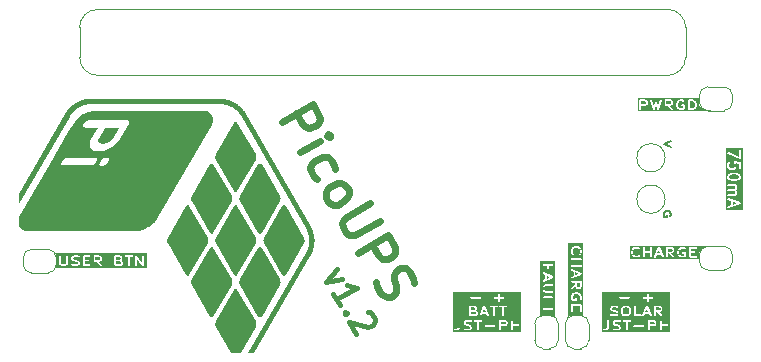
<source format=gbr>
%TF.GenerationSoftware,KiCad,Pcbnew,7.0.7*%
%TF.CreationDate,2023-09-20T17:31:38+03:00*%
%TF.ProjectId,picoups,7069636f-7570-4732-9e6b-696361645f70,1.2.0*%
%TF.SameCoordinates,Original*%
%TF.FileFunction,Legend,Top*%
%TF.FilePolarity,Positive*%
%FSLAX46Y46*%
G04 Gerber Fmt 4.6, Leading zero omitted, Abs format (unit mm)*
G04 Created by KiCad (PCBNEW 7.0.7) date 2023-09-20 17:31:38*
%MOMM*%
%LPD*%
G01*
G04 APERTURE LIST*
%ADD10C,0.000000*%
%ADD11C,0.150000*%
%ADD12C,0.400000*%
%ADD13C,0.600000*%
%ADD14C,0.120000*%
G04 APERTURE END LIST*
D10*
G36*
X140500000Y-118750000D02*
G01*
X140400000Y-118685673D01*
X139900000Y-118620000D01*
X139400000Y-118680769D01*
X139250000Y-118750000D01*
X139250000Y-112600000D01*
X139400000Y-112600000D01*
X139400000Y-118300000D01*
X139900000Y-118300000D01*
X140450000Y-118300000D01*
X140450000Y-112600000D01*
X139400000Y-112600000D01*
X139250000Y-112600000D01*
X139250000Y-112500000D01*
X140500000Y-112500000D01*
X140500000Y-118750000D01*
G37*
G36*
X103600000Y-114600000D02*
G01*
X95800000Y-114600000D01*
X95864327Y-114500000D01*
X95930000Y-114000000D01*
X96150000Y-114000000D01*
X96150000Y-114450000D01*
X103350000Y-114450000D01*
X103350000Y-113500000D01*
X96150000Y-113500000D01*
X96150000Y-114000000D01*
X95930000Y-114000000D01*
X95869231Y-113500000D01*
X95800000Y-113350000D01*
X103600000Y-113350000D01*
X103600000Y-114600000D01*
G37*
G36*
X150920000Y-112780000D02*
G01*
X150555025Y-112955025D01*
X150350000Y-113250000D01*
X150350000Y-113800000D01*
X150190000Y-113800000D01*
X150190000Y-112690000D01*
X151750000Y-112690000D01*
X150920000Y-112780000D01*
G37*
G36*
X150350000Y-100750000D02*
G01*
X150555025Y-101044975D01*
X150920000Y-101220000D01*
X151750000Y-101310000D01*
X150190000Y-101310000D01*
X150190000Y-100200000D01*
X150350000Y-100200000D01*
X150350000Y-100750000D01*
G37*
G36*
X138100000Y-118750000D02*
G01*
X138000000Y-118685673D01*
X137500000Y-118620000D01*
X137000000Y-118680769D01*
X136850000Y-118750000D01*
X136850000Y-114150000D01*
X137000000Y-114150000D01*
X137000000Y-118400000D01*
X137500000Y-118400000D01*
X138050000Y-118400000D01*
X138050000Y-114150000D01*
X137000000Y-114150000D01*
X136850000Y-114150000D01*
X136850000Y-113950000D01*
X138100000Y-113950000D01*
X138100000Y-118750000D01*
G37*
D11*
X147902657Y-110208207D02*
X147931228Y-110132017D01*
X147931228Y-110132017D02*
X147931228Y-110017731D01*
X147931228Y-110017731D02*
X147902657Y-109903445D01*
X147902657Y-109903445D02*
X147845514Y-109827255D01*
X147845514Y-109827255D02*
X147788371Y-109789160D01*
X147788371Y-109789160D02*
X147674085Y-109751064D01*
X147674085Y-109751064D02*
X147588371Y-109751064D01*
X147588371Y-109751064D02*
X147474085Y-109789160D01*
X147474085Y-109789160D02*
X147416942Y-109827255D01*
X147416942Y-109827255D02*
X147359800Y-109903445D01*
X147359800Y-109903445D02*
X147331228Y-110017731D01*
X147331228Y-110017731D02*
X147331228Y-110093922D01*
X147331228Y-110093922D02*
X147359800Y-110208207D01*
X147359800Y-110208207D02*
X147388371Y-110246303D01*
X147388371Y-110246303D02*
X147588371Y-110246303D01*
X147588371Y-110246303D02*
X147588371Y-110093922D01*
G36*
X147040670Y-113329878D02*
G01*
X146795294Y-113329878D01*
X146917982Y-113053830D01*
X147040670Y-113329878D01*
G37*
G36*
X148024440Y-112971328D02*
G01*
X148053179Y-112992882D01*
X148081077Y-113034728D01*
X148081077Y-113096454D01*
X148053179Y-113138301D01*
X148024437Y-113159857D01*
X147952000Y-113187021D01*
X147659649Y-113187021D01*
X147659649Y-112944164D01*
X147952000Y-112944164D01*
X148024440Y-112971328D01*
G37*
G36*
X150241843Y-113801307D02*
G01*
X144450125Y-113801307D01*
X144450125Y-113297735D01*
X144557268Y-113297735D01*
X144557828Y-113299273D01*
X144561117Y-113321452D01*
X144608736Y-113464309D01*
X144610747Y-113466843D01*
X144617483Y-113482194D01*
X144665102Y-113553623D01*
X144665645Y-113554022D01*
X144682506Y-113572021D01*
X144777744Y-113643450D01*
X144779616Y-113644017D01*
X144780765Y-113645601D01*
X144804554Y-113656211D01*
X144947411Y-113691925D01*
X144950859Y-113691564D01*
X144965601Y-113694164D01*
X145060839Y-113694164D01*
X145064096Y-113692978D01*
X145079029Y-113691925D01*
X145221886Y-113656211D01*
X145223506Y-113655116D01*
X145225461Y-113655223D01*
X145248697Y-113643450D01*
X145281077Y-113619164D01*
X145604887Y-113619164D01*
X145622434Y-113667373D01*
X145666863Y-113693025D01*
X145717387Y-113684116D01*
X145750364Y-113644816D01*
X145754887Y-113619164D01*
X145754887Y-113301307D01*
X146176315Y-113301307D01*
X146176315Y-113619164D01*
X146193862Y-113667373D01*
X146238291Y-113693025D01*
X146288815Y-113684116D01*
X146321792Y-113644816D01*
X146322662Y-113639884D01*
X146512568Y-113639884D01*
X146542750Y-113681370D01*
X146592537Y-113693748D01*
X146638633Y-113671228D01*
X146653185Y-113649624D01*
X146728628Y-113479878D01*
X147107336Y-113479878D01*
X147182779Y-113649624D01*
X147218393Y-113686552D01*
X147269411Y-113691949D01*
X147311962Y-113663288D01*
X147324646Y-113619164D01*
X147509649Y-113619164D01*
X147527196Y-113667373D01*
X147571625Y-113693025D01*
X147622149Y-113684116D01*
X147655126Y-113644816D01*
X147659649Y-113619164D01*
X147659649Y-113337021D01*
X147790153Y-113337021D01*
X148101248Y-113670337D01*
X148146969Y-113693608D01*
X148196952Y-113682047D01*
X148227809Y-113641060D01*
X148225102Y-113589829D01*
X148210906Y-113567990D01*
X147991035Y-113332413D01*
X147991935Y-113332246D01*
X148083965Y-113297735D01*
X148462030Y-113297735D01*
X148462590Y-113299273D01*
X148465879Y-113321452D01*
X148513498Y-113464309D01*
X148515509Y-113466843D01*
X148522245Y-113482194D01*
X148569864Y-113553623D01*
X148570407Y-113554022D01*
X148587268Y-113572021D01*
X148682506Y-113643450D01*
X148684378Y-113644017D01*
X148685527Y-113645601D01*
X148709316Y-113656211D01*
X148852173Y-113691925D01*
X148855621Y-113691564D01*
X148870363Y-113694164D01*
X148965601Y-113694164D01*
X148968858Y-113692978D01*
X148983791Y-113691925D01*
X149126648Y-113656211D01*
X149128268Y-113655116D01*
X149130223Y-113655223D01*
X149153459Y-113643450D01*
X149185839Y-113619164D01*
X149509649Y-113619164D01*
X149516312Y-113637472D01*
X149519697Y-113656664D01*
X149524881Y-113661014D01*
X149527196Y-113667373D01*
X149544069Y-113677115D01*
X149558997Y-113689641D01*
X149568739Y-113691358D01*
X149571625Y-113693025D01*
X149574907Y-113692446D01*
X149584649Y-113694164D01*
X150060839Y-113694164D01*
X150109048Y-113676617D01*
X150134700Y-113632188D01*
X150125791Y-113581664D01*
X150086491Y-113548687D01*
X150060839Y-113544164D01*
X149659649Y-113544164D01*
X149659649Y-113301307D01*
X149917982Y-113301307D01*
X149966191Y-113283760D01*
X149991843Y-113239331D01*
X149982934Y-113188807D01*
X149943634Y-113155830D01*
X149917982Y-113151307D01*
X149659649Y-113151307D01*
X149659649Y-112944164D01*
X150060839Y-112944164D01*
X150109048Y-112926617D01*
X150134700Y-112882188D01*
X150125791Y-112831664D01*
X150086491Y-112798687D01*
X150060839Y-112794164D01*
X149584649Y-112794164D01*
X149566340Y-112800827D01*
X149547149Y-112804212D01*
X149542798Y-112809396D01*
X149536440Y-112811711D01*
X149526697Y-112828584D01*
X149514172Y-112843512D01*
X149512454Y-112853254D01*
X149510788Y-112856140D01*
X149511366Y-112859422D01*
X149509649Y-112869164D01*
X149509649Y-113619164D01*
X149185839Y-113619164D01*
X149201077Y-113607735D01*
X149212781Y-113589800D01*
X149226554Y-113573387D01*
X149227687Y-113566960D01*
X149229116Y-113564771D01*
X149228692Y-113561257D01*
X149231077Y-113547735D01*
X149231077Y-113297735D01*
X149224413Y-113279426D01*
X149221029Y-113260235D01*
X149215844Y-113255884D01*
X149213530Y-113249526D01*
X149196656Y-113239783D01*
X149181729Y-113227258D01*
X149171986Y-113225540D01*
X149169101Y-113223874D01*
X149165818Y-113224452D01*
X149156077Y-113222735D01*
X148965601Y-113222735D01*
X148917392Y-113240282D01*
X148891740Y-113284711D01*
X148900649Y-113335235D01*
X148939949Y-113368212D01*
X148965601Y-113372735D01*
X149081077Y-113372735D01*
X149081077Y-113510235D01*
X149075573Y-113514362D01*
X148956367Y-113544164D01*
X148879597Y-113544164D01*
X148760389Y-113514362D01*
X148687545Y-113459729D01*
X148652624Y-113407347D01*
X148612030Y-113285564D01*
X148612030Y-113202762D01*
X148652623Y-113080982D01*
X148687546Y-113028597D01*
X148760389Y-112973965D01*
X148879597Y-112944164D01*
X148999619Y-112944164D01*
X149082124Y-112975103D01*
X149133424Y-112975600D01*
X149173043Y-112943007D01*
X149182441Y-112892572D01*
X149157223Y-112847895D01*
X149134792Y-112834653D01*
X149039554Y-112798939D01*
X149039167Y-112798935D01*
X149038872Y-112798687D01*
X149013220Y-112794164D01*
X148870363Y-112794164D01*
X148867105Y-112795349D01*
X148852173Y-112796403D01*
X148709316Y-112832117D01*
X148707695Y-112833211D01*
X148705741Y-112833105D01*
X148682506Y-112844878D01*
X148587268Y-112916307D01*
X148586900Y-112916870D01*
X148569864Y-112934704D01*
X148522245Y-113006132D01*
X148521478Y-113009279D01*
X148513498Y-113024018D01*
X148465879Y-113166875D01*
X148465923Y-113168509D01*
X148462030Y-113190592D01*
X148462030Y-113297735D01*
X148083965Y-113297735D01*
X148087173Y-113296532D01*
X148089369Y-113294651D01*
X148105840Y-113286307D01*
X148153458Y-113250592D01*
X148153825Y-113250028D01*
X148170862Y-113232195D01*
X148218481Y-113160767D01*
X148220653Y-113151847D01*
X148226554Y-113144816D01*
X148231077Y-113119164D01*
X148231077Y-113012021D01*
X148227937Y-113003396D01*
X148228947Y-112994272D01*
X148218481Y-112970419D01*
X148170862Y-112898990D01*
X148170318Y-112898590D01*
X148153458Y-112880592D01*
X148105839Y-112844878D01*
X148103072Y-112844038D01*
X148087173Y-112834653D01*
X147991935Y-112798939D01*
X147991548Y-112798935D01*
X147991253Y-112798687D01*
X147965601Y-112794164D01*
X147584649Y-112794164D01*
X147566340Y-112800827D01*
X147547149Y-112804212D01*
X147542798Y-112809396D01*
X147536440Y-112811711D01*
X147526697Y-112828584D01*
X147514172Y-112843512D01*
X147512454Y-112853254D01*
X147510788Y-112856140D01*
X147511366Y-112859422D01*
X147509649Y-112869164D01*
X147509649Y-113619164D01*
X147324646Y-113619164D01*
X147326136Y-113613982D01*
X147319851Y-113588704D01*
X146986518Y-112838704D01*
X146972100Y-112823754D01*
X146959881Y-112806959D01*
X146954647Y-112805657D01*
X146950904Y-112801776D01*
X146930246Y-112799590D01*
X146910094Y-112794580D01*
X146905250Y-112796946D01*
X146899886Y-112796379D01*
X146882655Y-112807985D01*
X146863998Y-112817100D01*
X146859741Y-112823418D01*
X146857335Y-112825040D01*
X146856356Y-112828445D01*
X146849446Y-112838704D01*
X146516113Y-113588704D01*
X146512568Y-113639884D01*
X146322662Y-113639884D01*
X146326315Y-113619164D01*
X146326315Y-112869164D01*
X146308768Y-112820955D01*
X146264339Y-112795303D01*
X146213815Y-112804212D01*
X146180838Y-112843512D01*
X146176315Y-112869164D01*
X146176315Y-113151307D01*
X145754887Y-113151307D01*
X145754887Y-112869164D01*
X145737340Y-112820955D01*
X145692911Y-112795303D01*
X145642387Y-112804212D01*
X145609410Y-112843512D01*
X145604887Y-112869164D01*
X145604887Y-113619164D01*
X145281077Y-113619164D01*
X145296315Y-113607735D01*
X145324354Y-113564771D01*
X145318218Y-113513837D01*
X145280776Y-113478764D01*
X145229550Y-113475963D01*
X145206314Y-113487736D01*
X145170811Y-113514362D01*
X145051605Y-113544164D01*
X144974835Y-113544164D01*
X144855627Y-113514362D01*
X144782783Y-113459729D01*
X144747862Y-113407347D01*
X144707268Y-113285564D01*
X144707268Y-113202762D01*
X144747861Y-113080982D01*
X144782784Y-113028597D01*
X144855627Y-112973965D01*
X144974835Y-112944164D01*
X145051605Y-112944164D01*
X145170813Y-112973965D01*
X145206316Y-113000592D01*
X145255411Y-113015480D01*
X145302590Y-112995328D01*
X145325777Y-112949563D01*
X145314123Y-112899602D01*
X145296315Y-112880592D01*
X145248696Y-112844878D01*
X145246825Y-112844310D01*
X145245676Y-112842727D01*
X145221886Y-112832117D01*
X145079029Y-112796403D01*
X145075580Y-112796763D01*
X145060839Y-112794164D01*
X144965601Y-112794164D01*
X144962343Y-112795349D01*
X144947411Y-112796403D01*
X144804554Y-112832117D01*
X144802933Y-112833211D01*
X144800979Y-112833105D01*
X144777744Y-112844878D01*
X144682506Y-112916307D01*
X144682138Y-112916870D01*
X144665102Y-112934704D01*
X144617483Y-113006132D01*
X144616716Y-113009279D01*
X144608736Y-113024018D01*
X144561117Y-113166875D01*
X144561161Y-113168509D01*
X144557268Y-113190592D01*
X144557268Y-113297735D01*
X144450125Y-113297735D01*
X144450125Y-112687021D01*
X150241843Y-112687021D01*
X150241843Y-113801307D01*
G37*
G36*
X149837479Y-100483965D02*
G01*
X149910322Y-100538597D01*
X149945246Y-100590983D01*
X149985839Y-100712762D01*
X149985839Y-100795564D01*
X149945245Y-100917346D01*
X149910323Y-100969729D01*
X149837479Y-101024362D01*
X149718272Y-101054164D01*
X149564411Y-101054164D01*
X149564411Y-100454164D01*
X149718272Y-100454164D01*
X149837479Y-100483965D01*
G37*
G36*
X147929202Y-100481328D02*
G01*
X147957941Y-100502882D01*
X147985839Y-100544728D01*
X147985839Y-100606454D01*
X147957941Y-100648301D01*
X147929199Y-100669857D01*
X147856762Y-100697021D01*
X147564411Y-100697021D01*
X147564411Y-100454164D01*
X147856762Y-100454164D01*
X147929202Y-100481328D01*
G37*
G36*
X145786345Y-100481328D02*
G01*
X145815084Y-100502882D01*
X145842982Y-100544728D01*
X145842982Y-100606454D01*
X145815084Y-100648301D01*
X145786342Y-100669857D01*
X145713905Y-100697021D01*
X145421554Y-100697021D01*
X145421554Y-100454164D01*
X145713905Y-100454164D01*
X145786345Y-100481328D01*
G37*
G36*
X150242982Y-101311307D02*
G01*
X145164411Y-101311307D01*
X145164411Y-101129164D01*
X145271554Y-101129164D01*
X145289101Y-101177373D01*
X145333530Y-101203025D01*
X145384054Y-101194116D01*
X145417031Y-101154816D01*
X145421554Y-101129164D01*
X145421554Y-100847021D01*
X145727506Y-100847021D01*
X145727868Y-100846889D01*
X145728233Y-100847018D01*
X145753840Y-100842246D01*
X145849078Y-100806532D01*
X145851274Y-100804651D01*
X145867745Y-100796307D01*
X145915363Y-100760592D01*
X145915730Y-100760028D01*
X145932767Y-100742195D01*
X145980386Y-100670767D01*
X145982558Y-100661847D01*
X145988459Y-100654816D01*
X145992982Y-100629164D01*
X145992982Y-100522021D01*
X145989842Y-100513396D01*
X145990852Y-100504272D01*
X145980386Y-100480419D01*
X145932767Y-100408990D01*
X145932223Y-100408590D01*
X145915363Y-100390592D01*
X145895959Y-100376039D01*
X146176381Y-100376039D01*
X146179832Y-100401857D01*
X146417927Y-101151858D01*
X146419112Y-101153396D01*
X146419127Y-101155340D01*
X146434647Y-101173560D01*
X146449238Y-101192497D01*
X146451133Y-101192913D01*
X146452395Y-101194394D01*
X146475986Y-101198372D01*
X146499346Y-101203504D01*
X146501068Y-101202602D01*
X146502985Y-101202926D01*
X146523611Y-101190811D01*
X146544806Y-101179725D01*
X146545546Y-101177928D01*
X146547222Y-101176944D01*
X146560077Y-101154290D01*
X146679887Y-100817324D01*
X146799697Y-101154290D01*
X146800935Y-101155788D01*
X146801016Y-101157729D01*
X146817139Y-101175394D01*
X146832380Y-101193835D01*
X146834290Y-101194186D01*
X146835601Y-101195622D01*
X146859307Y-101198790D01*
X146882836Y-101203120D01*
X146884526Y-101202160D01*
X146886452Y-101202418D01*
X146906646Y-101189608D01*
X146927456Y-101177800D01*
X146928134Y-101175978D01*
X146929775Y-101174938D01*
X146941847Y-101151858D01*
X146949051Y-101129164D01*
X147414411Y-101129164D01*
X147431958Y-101177373D01*
X147476387Y-101203025D01*
X147526911Y-101194116D01*
X147559888Y-101154816D01*
X147564411Y-101129164D01*
X147564411Y-100847021D01*
X147694915Y-100847021D01*
X148006010Y-101180337D01*
X148051731Y-101203608D01*
X148101714Y-101192047D01*
X148132571Y-101151060D01*
X148129864Y-101099829D01*
X148115668Y-101077990D01*
X147895797Y-100842413D01*
X147896697Y-100842246D01*
X147988727Y-100807735D01*
X148366792Y-100807735D01*
X148367352Y-100809273D01*
X148370641Y-100831452D01*
X148418260Y-100974309D01*
X148420271Y-100976843D01*
X148427007Y-100992194D01*
X148474626Y-101063623D01*
X148475169Y-101064022D01*
X148492030Y-101082021D01*
X148587268Y-101153450D01*
X148589140Y-101154017D01*
X148590289Y-101155601D01*
X148614078Y-101166211D01*
X148756935Y-101201925D01*
X148760383Y-101201564D01*
X148775125Y-101204164D01*
X148870363Y-101204164D01*
X148873620Y-101202978D01*
X148888553Y-101201925D01*
X149031410Y-101166211D01*
X149033030Y-101165116D01*
X149034985Y-101165223D01*
X149058221Y-101153450D01*
X149090601Y-101129164D01*
X149414411Y-101129164D01*
X149421074Y-101147472D01*
X149424459Y-101166664D01*
X149429643Y-101171014D01*
X149431958Y-101177373D01*
X149448831Y-101187115D01*
X149463759Y-101199641D01*
X149473501Y-101201358D01*
X149476387Y-101203025D01*
X149479669Y-101202446D01*
X149489411Y-101204164D01*
X149727506Y-101204164D01*
X149730763Y-101202978D01*
X149745696Y-101201925D01*
X149888553Y-101166211D01*
X149890173Y-101165116D01*
X149892128Y-101165223D01*
X149915363Y-101153450D01*
X150010601Y-101082021D01*
X150010970Y-101081454D01*
X150028005Y-101063623D01*
X150075624Y-100992194D01*
X150076390Y-100989046D01*
X150084371Y-100974309D01*
X150131990Y-100831453D01*
X150131945Y-100829817D01*
X150135839Y-100807735D01*
X150135839Y-100700592D01*
X150135279Y-100699054D01*
X150131990Y-100676874D01*
X150084371Y-100534018D01*
X150082359Y-100531483D01*
X150075624Y-100516132D01*
X150028005Y-100444704D01*
X150027458Y-100444302D01*
X150010601Y-100426307D01*
X149915363Y-100354878D01*
X149913492Y-100354310D01*
X149912343Y-100352727D01*
X149888553Y-100342117D01*
X149745696Y-100306403D01*
X149742247Y-100306763D01*
X149727506Y-100304164D01*
X149489411Y-100304164D01*
X149471102Y-100310827D01*
X149451911Y-100314212D01*
X149447560Y-100319396D01*
X149441202Y-100321711D01*
X149431459Y-100338584D01*
X149418934Y-100353512D01*
X149417216Y-100363254D01*
X149415550Y-100366140D01*
X149416128Y-100369422D01*
X149414411Y-100379164D01*
X149414411Y-101129164D01*
X149090601Y-101129164D01*
X149105839Y-101117735D01*
X149117543Y-101099800D01*
X149131316Y-101083387D01*
X149132449Y-101076960D01*
X149133878Y-101074771D01*
X149133454Y-101071257D01*
X149135839Y-101057735D01*
X149135839Y-100807735D01*
X149129175Y-100789426D01*
X149125791Y-100770235D01*
X149120606Y-100765884D01*
X149118292Y-100759526D01*
X149101418Y-100749783D01*
X149086491Y-100737258D01*
X149076748Y-100735540D01*
X149073863Y-100733874D01*
X149070580Y-100734452D01*
X149060839Y-100732735D01*
X148870363Y-100732735D01*
X148822154Y-100750282D01*
X148796502Y-100794711D01*
X148805411Y-100845235D01*
X148844711Y-100878212D01*
X148870363Y-100882735D01*
X148985839Y-100882735D01*
X148985839Y-101020235D01*
X148980335Y-101024362D01*
X148861129Y-101054164D01*
X148784359Y-101054164D01*
X148665151Y-101024362D01*
X148592307Y-100969729D01*
X148557386Y-100917347D01*
X148516792Y-100795564D01*
X148516792Y-100712762D01*
X148557385Y-100590982D01*
X148592308Y-100538597D01*
X148665151Y-100483965D01*
X148784359Y-100454164D01*
X148904381Y-100454164D01*
X148986886Y-100485103D01*
X149038186Y-100485600D01*
X149077805Y-100453007D01*
X149087203Y-100402572D01*
X149061985Y-100357895D01*
X149039554Y-100344653D01*
X148944316Y-100308939D01*
X148943929Y-100308935D01*
X148943634Y-100308687D01*
X148917982Y-100304164D01*
X148775125Y-100304164D01*
X148771867Y-100305349D01*
X148756935Y-100306403D01*
X148614078Y-100342117D01*
X148612457Y-100343211D01*
X148610503Y-100343105D01*
X148587268Y-100354878D01*
X148492030Y-100426307D01*
X148491662Y-100426870D01*
X148474626Y-100444704D01*
X148427007Y-100516132D01*
X148426240Y-100519279D01*
X148418260Y-100534018D01*
X148370641Y-100676875D01*
X148370685Y-100678509D01*
X148366792Y-100700592D01*
X148366792Y-100807735D01*
X147988727Y-100807735D01*
X147991935Y-100806532D01*
X147994131Y-100804651D01*
X148010602Y-100796307D01*
X148058220Y-100760592D01*
X148058587Y-100760028D01*
X148075624Y-100742195D01*
X148123243Y-100670767D01*
X148125415Y-100661847D01*
X148131316Y-100654816D01*
X148135839Y-100629164D01*
X148135839Y-100522021D01*
X148132699Y-100513396D01*
X148133709Y-100504272D01*
X148123243Y-100480419D01*
X148075624Y-100408990D01*
X148075080Y-100408590D01*
X148058220Y-100390592D01*
X148010601Y-100354878D01*
X148007834Y-100354038D01*
X147991935Y-100344653D01*
X147896697Y-100308939D01*
X147896310Y-100308935D01*
X147896015Y-100308687D01*
X147870363Y-100304164D01*
X147489411Y-100304164D01*
X147471102Y-100310827D01*
X147451911Y-100314212D01*
X147447560Y-100319396D01*
X147441202Y-100321711D01*
X147431459Y-100338584D01*
X147418934Y-100353512D01*
X147417216Y-100363254D01*
X147415550Y-100366140D01*
X147416128Y-100369422D01*
X147414411Y-100379164D01*
X147414411Y-101129164D01*
X146949051Y-101129164D01*
X147179943Y-100401858D01*
X147177806Y-100350599D01*
X147143221Y-100312706D01*
X147092370Y-100305910D01*
X147049047Y-100333390D01*
X147036975Y-100356471D01*
X146866338Y-100893972D01*
X146750553Y-100568324D01*
X146750175Y-100567867D01*
X146750171Y-100567274D01*
X146733859Y-100548125D01*
X146717870Y-100528779D01*
X146717287Y-100528671D01*
X146716903Y-100528220D01*
X146692108Y-100524038D01*
X146667414Y-100519494D01*
X146666898Y-100519786D01*
X146666314Y-100519688D01*
X146644657Y-100532407D01*
X146622794Y-100544814D01*
X146622586Y-100545369D01*
X146622076Y-100545670D01*
X146609221Y-100568324D01*
X146493435Y-100893972D01*
X146322800Y-100356471D01*
X146291489Y-100315831D01*
X146241381Y-100304824D01*
X146195921Y-100328603D01*
X146176381Y-100376039D01*
X145895959Y-100376039D01*
X145867744Y-100354878D01*
X145864977Y-100354038D01*
X145849078Y-100344653D01*
X145753840Y-100308939D01*
X145753453Y-100308935D01*
X145753158Y-100308687D01*
X145727506Y-100304164D01*
X145346554Y-100304164D01*
X145328245Y-100310827D01*
X145309054Y-100314212D01*
X145304703Y-100319396D01*
X145298345Y-100321711D01*
X145288602Y-100338584D01*
X145276077Y-100353512D01*
X145274359Y-100363254D01*
X145272693Y-100366140D01*
X145273271Y-100369422D01*
X145271554Y-100379164D01*
X145271554Y-101129164D01*
X145164411Y-101129164D01*
X145164411Y-100197021D01*
X150242982Y-100197021D01*
X150242982Y-101311307D01*
G37*
G36*
X140235835Y-116102000D02*
G01*
X140208670Y-116174439D01*
X140187114Y-116203180D01*
X140145270Y-116231077D01*
X140083544Y-116231077D01*
X140041697Y-116203179D01*
X140020141Y-116174437D01*
X139992978Y-116102000D01*
X139992978Y-115809649D01*
X140235835Y-115809649D01*
X140235835Y-116102000D01*
G37*
G36*
X140126168Y-115067982D02*
G01*
X139850121Y-115190669D01*
X139850121Y-114945294D01*
X140126168Y-115067982D01*
G37*
G36*
X140492978Y-118391843D02*
G01*
X139378692Y-118391843D01*
X139378692Y-118210839D01*
X139485835Y-118210839D01*
X139503382Y-118259048D01*
X139547811Y-118284700D01*
X139598335Y-118275791D01*
X139631312Y-118236491D01*
X139635835Y-118210839D01*
X139635835Y-117809649D01*
X139878692Y-117809649D01*
X139878692Y-118067982D01*
X139896239Y-118116191D01*
X139940668Y-118141843D01*
X139991192Y-118132934D01*
X140024169Y-118093634D01*
X140028692Y-118067982D01*
X140028692Y-117809649D01*
X140235835Y-117809649D01*
X140235835Y-118210839D01*
X140253382Y-118259048D01*
X140297811Y-118284700D01*
X140348335Y-118275791D01*
X140381312Y-118236491D01*
X140385835Y-118210839D01*
X140385835Y-117734649D01*
X140379171Y-117716340D01*
X140375787Y-117697149D01*
X140370602Y-117692798D01*
X140368288Y-117686440D01*
X140351414Y-117676697D01*
X140336487Y-117664172D01*
X140326744Y-117662454D01*
X140323859Y-117660788D01*
X140320576Y-117661366D01*
X140310835Y-117659649D01*
X139560835Y-117659649D01*
X139542526Y-117666312D01*
X139523335Y-117669697D01*
X139518984Y-117674881D01*
X139512626Y-117677196D01*
X139502883Y-117694069D01*
X139490358Y-117708997D01*
X139488640Y-117718739D01*
X139486974Y-117721625D01*
X139487552Y-117724907D01*
X139485835Y-117734649D01*
X139485835Y-118210839D01*
X139378692Y-118210839D01*
X139378692Y-117115601D01*
X139485835Y-117115601D01*
X139487020Y-117118858D01*
X139488074Y-117133792D01*
X139523789Y-117276649D01*
X139524883Y-117278269D01*
X139524777Y-117280222D01*
X139536550Y-117303458D01*
X139572264Y-117351077D01*
X139590200Y-117362782D01*
X139606612Y-117376554D01*
X139613037Y-117377686D01*
X139615227Y-117379116D01*
X139618741Y-117378692D01*
X139632264Y-117381077D01*
X139882264Y-117381077D01*
X139900572Y-117374413D01*
X139919764Y-117371029D01*
X139924114Y-117365844D01*
X139930473Y-117363530D01*
X139940215Y-117346656D01*
X139952741Y-117331729D01*
X139954458Y-117321986D01*
X139956125Y-117319101D01*
X139955546Y-117315818D01*
X139957264Y-117306077D01*
X139957264Y-117115601D01*
X139939717Y-117067392D01*
X139895288Y-117041740D01*
X139844764Y-117050649D01*
X139811787Y-117089949D01*
X139807264Y-117115601D01*
X139807264Y-117231077D01*
X139669764Y-117231077D01*
X139665637Y-117225575D01*
X139635835Y-117106365D01*
X139635835Y-117029598D01*
X139665637Y-116910388D01*
X139720270Y-116837545D01*
X139772652Y-116802623D01*
X139894434Y-116762030D01*
X139977237Y-116762030D01*
X140099016Y-116802623D01*
X140151401Y-116837546D01*
X140206033Y-116910389D01*
X140235835Y-117029596D01*
X140235835Y-117149619D01*
X140204896Y-117232124D01*
X140204399Y-117283425D01*
X140236992Y-117323043D01*
X140287427Y-117332442D01*
X140332104Y-117307223D01*
X140345346Y-117284792D01*
X140381060Y-117189554D01*
X140381063Y-117189167D01*
X140381312Y-117188872D01*
X140385835Y-117163220D01*
X140385835Y-117020363D01*
X140384649Y-117017105D01*
X140383596Y-117002173D01*
X140347882Y-116859316D01*
X140346787Y-116857695D01*
X140346894Y-116855741D01*
X140335121Y-116832506D01*
X140263692Y-116737268D01*
X140263128Y-116736900D01*
X140245295Y-116719864D01*
X140173867Y-116672245D01*
X140170719Y-116671478D01*
X140155981Y-116663498D01*
X140013124Y-116615879D01*
X140011489Y-116615923D01*
X139989407Y-116612030D01*
X139882264Y-116612030D01*
X139880726Y-116612589D01*
X139858546Y-116615879D01*
X139715690Y-116663498D01*
X139713154Y-116665510D01*
X139697805Y-116672245D01*
X139626376Y-116719864D01*
X139625978Y-116720404D01*
X139607978Y-116737268D01*
X139536550Y-116832506D01*
X139535982Y-116834376D01*
X139534399Y-116835526D01*
X139523789Y-116859315D01*
X139488074Y-117002172D01*
X139488434Y-117005620D01*
X139485835Y-117020363D01*
X139485835Y-117115601D01*
X139378692Y-117115601D01*
X139378692Y-116296970D01*
X139486390Y-116296970D01*
X139497952Y-116346952D01*
X139538938Y-116377809D01*
X139590170Y-116375102D01*
X139612009Y-116360906D01*
X139847585Y-116141034D01*
X139847753Y-116141935D01*
X139883467Y-116237173D01*
X139885347Y-116239369D01*
X139893692Y-116255840D01*
X139929407Y-116303458D01*
X139929970Y-116303825D01*
X139947804Y-116320862D01*
X140019232Y-116368481D01*
X140028151Y-116370653D01*
X140035183Y-116376554D01*
X140060835Y-116381077D01*
X140167978Y-116381077D01*
X140176602Y-116377937D01*
X140185728Y-116378947D01*
X140209580Y-116368481D01*
X140281009Y-116320862D01*
X140281406Y-116320321D01*
X140299407Y-116303458D01*
X140335121Y-116255838D01*
X140335959Y-116253073D01*
X140345346Y-116237173D01*
X140381060Y-116141935D01*
X140381063Y-116141548D01*
X140381312Y-116141253D01*
X140385835Y-116115601D01*
X140385835Y-115734649D01*
X140379171Y-115716340D01*
X140375787Y-115697149D01*
X140370602Y-115692798D01*
X140368288Y-115686440D01*
X140351414Y-115676697D01*
X140336487Y-115664172D01*
X140326744Y-115662454D01*
X140323859Y-115660788D01*
X140320576Y-115661366D01*
X140310835Y-115659649D01*
X139560835Y-115659649D01*
X139512626Y-115677196D01*
X139486974Y-115721625D01*
X139495883Y-115772149D01*
X139535183Y-115805126D01*
X139560835Y-115809649D01*
X139842978Y-115809649D01*
X139842978Y-115940152D01*
X139509661Y-116251248D01*
X139486390Y-116296970D01*
X139378692Y-116296970D01*
X139378692Y-114742537D01*
X139486251Y-114742537D01*
X139508771Y-114788633D01*
X139530375Y-114803185D01*
X139700121Y-114878627D01*
X139700121Y-115257336D01*
X139530375Y-115332779D01*
X139493447Y-115368393D01*
X139488050Y-115419411D01*
X139516711Y-115461962D01*
X139566017Y-115476136D01*
X139591295Y-115469851D01*
X140341295Y-115136518D01*
X140356244Y-115122100D01*
X140373040Y-115109881D01*
X140374341Y-115104647D01*
X140378223Y-115100904D01*
X140380408Y-115080246D01*
X140385419Y-115060094D01*
X140383052Y-115055250D01*
X140383620Y-115049886D01*
X140372013Y-115032655D01*
X140362899Y-115013998D01*
X140356580Y-115009741D01*
X140354959Y-115007335D01*
X140351553Y-115006356D01*
X140341295Y-114999446D01*
X139591295Y-114666113D01*
X139540115Y-114662568D01*
X139498629Y-114692750D01*
X139486251Y-114742537D01*
X139378692Y-114742537D01*
X139378692Y-114388291D01*
X139486974Y-114388291D01*
X139495883Y-114438815D01*
X139535183Y-114471792D01*
X139560835Y-114476315D01*
X140310835Y-114476315D01*
X140359044Y-114458768D01*
X140384696Y-114414339D01*
X140375787Y-114363815D01*
X140336487Y-114330838D01*
X140310835Y-114326315D01*
X140028692Y-114326315D01*
X140028692Y-113904887D01*
X140310835Y-113904887D01*
X140359044Y-113887340D01*
X140384696Y-113842911D01*
X140375787Y-113792387D01*
X140336487Y-113759410D01*
X140310835Y-113754887D01*
X139560835Y-113754887D01*
X139512626Y-113772434D01*
X139486974Y-113816863D01*
X139495883Y-113867387D01*
X139535183Y-113900364D01*
X139560835Y-113904887D01*
X139878692Y-113904887D01*
X139878692Y-114326315D01*
X139560835Y-114326315D01*
X139512626Y-114343862D01*
X139486974Y-114388291D01*
X139378692Y-114388291D01*
X139378692Y-113210839D01*
X139485835Y-113210839D01*
X139487020Y-113214096D01*
X139488074Y-113229030D01*
X139523789Y-113371887D01*
X139524883Y-113373507D01*
X139524777Y-113375460D01*
X139536550Y-113398696D01*
X139572264Y-113446315D01*
X139615227Y-113474354D01*
X139666161Y-113468219D01*
X139701235Y-113430777D01*
X139704037Y-113379551D01*
X139692264Y-113356316D01*
X139665637Y-113320813D01*
X139635835Y-113201603D01*
X139635835Y-113124836D01*
X139665637Y-113005626D01*
X139720270Y-112932783D01*
X139772652Y-112897861D01*
X139894434Y-112857268D01*
X139977237Y-112857268D01*
X140099016Y-112897861D01*
X140151401Y-112932784D01*
X140206033Y-113005627D01*
X140235835Y-113124834D01*
X140235835Y-113201605D01*
X140206033Y-113320813D01*
X140179407Y-113356315D01*
X140164519Y-113405411D01*
X140184671Y-113452590D01*
X140230436Y-113475777D01*
X140280398Y-113464123D01*
X140299407Y-113446315D01*
X140335121Y-113398695D01*
X140335688Y-113396824D01*
X140337272Y-113395675D01*
X140347882Y-113371886D01*
X140383596Y-113229029D01*
X140383235Y-113225580D01*
X140385835Y-113210839D01*
X140385835Y-113115601D01*
X140384649Y-113112343D01*
X140383596Y-113097411D01*
X140347882Y-112954554D01*
X140346787Y-112952933D01*
X140346894Y-112950979D01*
X140335121Y-112927744D01*
X140263692Y-112832506D01*
X140263128Y-112832138D01*
X140245295Y-112815102D01*
X140173867Y-112767483D01*
X140170719Y-112766716D01*
X140155981Y-112758736D01*
X140013124Y-112711117D01*
X140011489Y-112711161D01*
X139989407Y-112707268D01*
X139882264Y-112707268D01*
X139880726Y-112707827D01*
X139858546Y-112711117D01*
X139715690Y-112758736D01*
X139713154Y-112760748D01*
X139697805Y-112767483D01*
X139626376Y-112815102D01*
X139625978Y-112815642D01*
X139607978Y-112832506D01*
X139536550Y-112927744D01*
X139535982Y-112929614D01*
X139534399Y-112930764D01*
X139523789Y-112954553D01*
X139488074Y-113097410D01*
X139488434Y-113100858D01*
X139485835Y-113115601D01*
X139485835Y-113210839D01*
X139378692Y-113210839D01*
X139378692Y-112600125D01*
X140492978Y-112600125D01*
X140492978Y-118391843D01*
G37*
G36*
X146511220Y-119145078D02*
G01*
X146539959Y-119166632D01*
X146567857Y-119208478D01*
X146567857Y-119270204D01*
X146539959Y-119312051D01*
X146511217Y-119333607D01*
X146438780Y-119360771D01*
X146146429Y-119360771D01*
X146146429Y-119117914D01*
X146438780Y-119117914D01*
X146511220Y-119145078D01*
G37*
G36*
X144296933Y-117937578D02*
G01*
X144364828Y-117988500D01*
X144401190Y-118097583D01*
X144401190Y-118323244D01*
X144364828Y-118432327D01*
X144296933Y-118483249D01*
X144224494Y-118510414D01*
X144061220Y-118510414D01*
X143988780Y-118483249D01*
X143920885Y-118432328D01*
X143884524Y-118323243D01*
X143884524Y-118097584D01*
X143920885Y-117988499D01*
X143988780Y-117937578D01*
X144061220Y-117910414D01*
X144224494Y-117910414D01*
X144296933Y-117937578D01*
G37*
G36*
X146027450Y-118296128D02*
G01*
X145782074Y-118296128D01*
X145904762Y-118020080D01*
X146027450Y-118296128D01*
G37*
G36*
X147011220Y-117937578D02*
G01*
X147039959Y-117959132D01*
X147067857Y-118000978D01*
X147067857Y-118062704D01*
X147039959Y-118104551D01*
X147011217Y-118126107D01*
X146938780Y-118153271D01*
X146646429Y-118153271D01*
X146646429Y-117910414D01*
X146938780Y-117910414D01*
X147011220Y-117937578D01*
G37*
G36*
X147825000Y-119975057D02*
G01*
X142080901Y-119975057D01*
X142080901Y-119779890D01*
X142188044Y-119779890D01*
X142196953Y-119830414D01*
X142236253Y-119863391D01*
X142261905Y-119867914D01*
X142357143Y-119867914D01*
X142360400Y-119866728D01*
X142375333Y-119865675D01*
X142518190Y-119829961D01*
X142519810Y-119828866D01*
X142521765Y-119828973D01*
X142545000Y-119817200D01*
X142640238Y-119745771D01*
X142643636Y-119740563D01*
X142649222Y-119737835D01*
X142663774Y-119716231D01*
X142711393Y-119609089D01*
X142711581Y-119606368D01*
X142713334Y-119604280D01*
X142717857Y-119578628D01*
X142717857Y-119257200D01*
X142996429Y-119257200D01*
X142999568Y-119265824D01*
X142998559Y-119274950D01*
X143009025Y-119298803D01*
X143056644Y-119370231D01*
X143057187Y-119370630D01*
X143074048Y-119388628D01*
X143121668Y-119424342D01*
X143124434Y-119425180D01*
X143140332Y-119434567D01*
X143235570Y-119470281D01*
X143238889Y-119470313D01*
X143248083Y-119473772D01*
X143432148Y-119508284D01*
X143511217Y-119537934D01*
X143539959Y-119559490D01*
X143567857Y-119601337D01*
X143567857Y-119627347D01*
X143539959Y-119669194D01*
X143511217Y-119690750D01*
X143438780Y-119717914D01*
X143223520Y-119717914D01*
X143089619Y-119684439D01*
X143038594Y-119689770D01*
X143002932Y-119726651D01*
X142999321Y-119777827D01*
X143029450Y-119819351D01*
X143053239Y-119829961D01*
X143196096Y-119865675D01*
X143199544Y-119865314D01*
X143214286Y-119867914D01*
X143452381Y-119867914D01*
X143452743Y-119867782D01*
X143453108Y-119867911D01*
X143478715Y-119863139D01*
X143573953Y-119827425D01*
X143576149Y-119825544D01*
X143592620Y-119817200D01*
X143640238Y-119781485D01*
X143640605Y-119780921D01*
X143657642Y-119763088D01*
X143705261Y-119691660D01*
X143707433Y-119682740D01*
X143713334Y-119675709D01*
X143717857Y-119650057D01*
X143717857Y-119578628D01*
X143714717Y-119570003D01*
X143715727Y-119560878D01*
X143705261Y-119537025D01*
X143657642Y-119465597D01*
X143657095Y-119465195D01*
X143640238Y-119447200D01*
X143592620Y-119411485D01*
X143589851Y-119410645D01*
X143573953Y-119401260D01*
X143478715Y-119365546D01*
X143475392Y-119365513D01*
X143466202Y-119362056D01*
X143282138Y-119327544D01*
X143203065Y-119297890D01*
X143174326Y-119276336D01*
X143146429Y-119234490D01*
X143146429Y-119208478D01*
X143174325Y-119166634D01*
X143203066Y-119145078D01*
X143275506Y-119117914D01*
X143490766Y-119117914D01*
X143624667Y-119151389D01*
X143675693Y-119146058D01*
X143711354Y-119109177D01*
X143714965Y-119058001D01*
X143694569Y-119029890D01*
X143854711Y-119029890D01*
X143863620Y-119080414D01*
X143902920Y-119113391D01*
X143928572Y-119117914D01*
X144139286Y-119117914D01*
X144139286Y-119792914D01*
X144156833Y-119841123D01*
X144201262Y-119866775D01*
X144251786Y-119857866D01*
X144284763Y-119818566D01*
X144289286Y-119792914D01*
X145996429Y-119792914D01*
X146013976Y-119841123D01*
X146058405Y-119866775D01*
X146108929Y-119857866D01*
X146141906Y-119818566D01*
X146146429Y-119792914D01*
X146996429Y-119792914D01*
X147013976Y-119841123D01*
X147058405Y-119866775D01*
X147108929Y-119857866D01*
X147141906Y-119818566D01*
X147146429Y-119792914D01*
X147146429Y-119475057D01*
X147567857Y-119475057D01*
X147567857Y-119792914D01*
X147585404Y-119841123D01*
X147629833Y-119866775D01*
X147680357Y-119857866D01*
X147713334Y-119818566D01*
X147717857Y-119792914D01*
X147717857Y-119042914D01*
X147700310Y-118994705D01*
X147655881Y-118969053D01*
X147605357Y-118977962D01*
X147572380Y-119017262D01*
X147567857Y-119042914D01*
X147567857Y-119325057D01*
X147146429Y-119325057D01*
X147146429Y-119042914D01*
X147128882Y-118994705D01*
X147084453Y-118969053D01*
X147033929Y-118977962D01*
X147000952Y-119017262D01*
X146996429Y-119042914D01*
X146996429Y-119792914D01*
X146146429Y-119792914D01*
X146146429Y-119510771D01*
X146452381Y-119510771D01*
X146452743Y-119510639D01*
X146453108Y-119510768D01*
X146478715Y-119505996D01*
X146573953Y-119470282D01*
X146576149Y-119468401D01*
X146592620Y-119460057D01*
X146640238Y-119424342D01*
X146640605Y-119423778D01*
X146657642Y-119405945D01*
X146705261Y-119334517D01*
X146707433Y-119325597D01*
X146713334Y-119318566D01*
X146717857Y-119292914D01*
X146717857Y-119185771D01*
X146714717Y-119177146D01*
X146715727Y-119168022D01*
X146705261Y-119144169D01*
X146657642Y-119072740D01*
X146657098Y-119072340D01*
X146640238Y-119054342D01*
X146592619Y-119018628D01*
X146589852Y-119017788D01*
X146573953Y-119008403D01*
X146478715Y-118972689D01*
X146478328Y-118972685D01*
X146478033Y-118972437D01*
X146452381Y-118967914D01*
X146071429Y-118967914D01*
X146053120Y-118974577D01*
X146033929Y-118977962D01*
X146029578Y-118983146D01*
X146023220Y-118985461D01*
X146013477Y-119002334D01*
X146000952Y-119017262D01*
X145999234Y-119027004D01*
X145997568Y-119029890D01*
X145998146Y-119033172D01*
X145996429Y-119042914D01*
X145996429Y-119792914D01*
X144289286Y-119792914D01*
X144289286Y-119494176D01*
X144759473Y-119494176D01*
X144768382Y-119544700D01*
X144807682Y-119577677D01*
X144833334Y-119582200D01*
X145595239Y-119582200D01*
X145643448Y-119564653D01*
X145669100Y-119520224D01*
X145660191Y-119469700D01*
X145620891Y-119436723D01*
X145595239Y-119432200D01*
X144833334Y-119432200D01*
X144785125Y-119449747D01*
X144759473Y-119494176D01*
X144289286Y-119494176D01*
X144289286Y-119117914D01*
X144500000Y-119117914D01*
X144548209Y-119100367D01*
X144573861Y-119055938D01*
X144564952Y-119005414D01*
X144525652Y-118972437D01*
X144500000Y-118967914D01*
X143928572Y-118967914D01*
X143880363Y-118985461D01*
X143854711Y-119029890D01*
X143694569Y-119029890D01*
X143684837Y-119016477D01*
X143661047Y-119005867D01*
X143518190Y-118970153D01*
X143514741Y-118970513D01*
X143500000Y-118967914D01*
X143261905Y-118967914D01*
X143261542Y-118968045D01*
X143261178Y-118967917D01*
X143235571Y-118972689D01*
X143140333Y-119008403D01*
X143138134Y-119010284D01*
X143121668Y-119018628D01*
X143074048Y-119054342D01*
X143073678Y-119054908D01*
X143056644Y-119072740D01*
X143009025Y-119144169D01*
X143006852Y-119153086D01*
X143000952Y-119160119D01*
X142996429Y-119185771D01*
X142996429Y-119257200D01*
X142717857Y-119257200D01*
X142717857Y-119042914D01*
X142700310Y-118994705D01*
X142655881Y-118969053D01*
X142605357Y-118977962D01*
X142572380Y-119017262D01*
X142567857Y-119042914D01*
X142567857Y-119562712D01*
X142534627Y-119637479D01*
X142467116Y-119688112D01*
X142347909Y-119717914D01*
X142261905Y-119717914D01*
X142213696Y-119735461D01*
X142188044Y-119779890D01*
X142080901Y-119779890D01*
X142080901Y-118049700D01*
X142782143Y-118049700D01*
X142785282Y-118058324D01*
X142784273Y-118067450D01*
X142794739Y-118091303D01*
X142842358Y-118162731D01*
X142842901Y-118163130D01*
X142859762Y-118181128D01*
X142907382Y-118216842D01*
X142910148Y-118217680D01*
X142926046Y-118227067D01*
X143021284Y-118262781D01*
X143024603Y-118262813D01*
X143033797Y-118266272D01*
X143217862Y-118300784D01*
X143296931Y-118330434D01*
X143325673Y-118351990D01*
X143353571Y-118393837D01*
X143353571Y-118419847D01*
X143325673Y-118461694D01*
X143296931Y-118483250D01*
X143224494Y-118510414D01*
X143009234Y-118510414D01*
X142875333Y-118476939D01*
X142824308Y-118482270D01*
X142788646Y-118519151D01*
X142785035Y-118570327D01*
X142815164Y-118611851D01*
X142838953Y-118622461D01*
X142981810Y-118658175D01*
X142985258Y-118657814D01*
X143000000Y-118660414D01*
X143238095Y-118660414D01*
X143238457Y-118660282D01*
X143238822Y-118660411D01*
X143264429Y-118655639D01*
X143359667Y-118619925D01*
X143361863Y-118618044D01*
X143378334Y-118609700D01*
X143425952Y-118573985D01*
X143426319Y-118573421D01*
X143443356Y-118555588D01*
X143490975Y-118484160D01*
X143493147Y-118475240D01*
X143499048Y-118468209D01*
X143503571Y-118442557D01*
X143503571Y-118371128D01*
X143500431Y-118362503D01*
X143501441Y-118353378D01*
X143493559Y-118335414D01*
X143734524Y-118335414D01*
X143735084Y-118336952D01*
X143738373Y-118359131D01*
X143785992Y-118501988D01*
X143792101Y-118509686D01*
X143794335Y-118519261D01*
X143812143Y-118538271D01*
X143907381Y-118609700D01*
X143910147Y-118610539D01*
X143926047Y-118619925D01*
X144021285Y-118655639D01*
X144021671Y-118655642D01*
X144021967Y-118655891D01*
X144047619Y-118660414D01*
X144238095Y-118660414D01*
X144238457Y-118660282D01*
X144238822Y-118660411D01*
X144264429Y-118655639D01*
X144359667Y-118619925D01*
X144361864Y-118618044D01*
X144378333Y-118609700D01*
X144410714Y-118585414D01*
X144829762Y-118585414D01*
X144836425Y-118603722D01*
X144839810Y-118622914D01*
X144844994Y-118627264D01*
X144847309Y-118633623D01*
X144864182Y-118643365D01*
X144879110Y-118655891D01*
X144888852Y-118657608D01*
X144891738Y-118659275D01*
X144895020Y-118658696D01*
X144904762Y-118660414D01*
X145380952Y-118660414D01*
X145429161Y-118642867D01*
X145450370Y-118606134D01*
X145499348Y-118606134D01*
X145529530Y-118647620D01*
X145579317Y-118659998D01*
X145625413Y-118637478D01*
X145639965Y-118615874D01*
X145715408Y-118446128D01*
X146094116Y-118446128D01*
X146169559Y-118615874D01*
X146205173Y-118652802D01*
X146256191Y-118658199D01*
X146298742Y-118629538D01*
X146311426Y-118585414D01*
X146496429Y-118585414D01*
X146513976Y-118633623D01*
X146558405Y-118659275D01*
X146608929Y-118650366D01*
X146641906Y-118611066D01*
X146646429Y-118585414D01*
X146646429Y-118303271D01*
X146776933Y-118303271D01*
X147088028Y-118636587D01*
X147133749Y-118659858D01*
X147183732Y-118648297D01*
X147214589Y-118607310D01*
X147211882Y-118556079D01*
X147197686Y-118534240D01*
X146977815Y-118298663D01*
X146978715Y-118298496D01*
X147073953Y-118262782D01*
X147076149Y-118260901D01*
X147092620Y-118252557D01*
X147140238Y-118216842D01*
X147140605Y-118216278D01*
X147157642Y-118198445D01*
X147205261Y-118127017D01*
X147207433Y-118118097D01*
X147213334Y-118111066D01*
X147217857Y-118085414D01*
X147217857Y-117978271D01*
X147214717Y-117969646D01*
X147215727Y-117960522D01*
X147205261Y-117936669D01*
X147157642Y-117865240D01*
X147157098Y-117864840D01*
X147140238Y-117846842D01*
X147092619Y-117811128D01*
X147089852Y-117810288D01*
X147073953Y-117800903D01*
X146978715Y-117765189D01*
X146978328Y-117765185D01*
X146978033Y-117764937D01*
X146952381Y-117760414D01*
X146571429Y-117760414D01*
X146553120Y-117767077D01*
X146533929Y-117770462D01*
X146529578Y-117775646D01*
X146523220Y-117777961D01*
X146513477Y-117794834D01*
X146500952Y-117809762D01*
X146499234Y-117819504D01*
X146497568Y-117822390D01*
X146498146Y-117825672D01*
X146496429Y-117835414D01*
X146496429Y-118585414D01*
X146311426Y-118585414D01*
X146312916Y-118580232D01*
X146306631Y-118554954D01*
X145973298Y-117804954D01*
X145958880Y-117790004D01*
X145946661Y-117773209D01*
X145941427Y-117771907D01*
X145937684Y-117768026D01*
X145917026Y-117765840D01*
X145896874Y-117760830D01*
X145892030Y-117763196D01*
X145886666Y-117762629D01*
X145869435Y-117774235D01*
X145850778Y-117783350D01*
X145846521Y-117789668D01*
X145844115Y-117791290D01*
X145843136Y-117794695D01*
X145836226Y-117804954D01*
X145502893Y-118554954D01*
X145499348Y-118606134D01*
X145450370Y-118606134D01*
X145454813Y-118598438D01*
X145445904Y-118547914D01*
X145406604Y-118514937D01*
X145380952Y-118510414D01*
X144979762Y-118510414D01*
X144979762Y-117835414D01*
X144962215Y-117787205D01*
X144917786Y-117761553D01*
X144867262Y-117770462D01*
X144834285Y-117809762D01*
X144829762Y-117835414D01*
X144829762Y-118585414D01*
X144410714Y-118585414D01*
X144473571Y-118538271D01*
X144478943Y-118530038D01*
X144487319Y-118524893D01*
X144499722Y-118501988D01*
X144547341Y-118359132D01*
X144547296Y-118357496D01*
X144551190Y-118335414D01*
X144551190Y-118085414D01*
X144550630Y-118083876D01*
X144547341Y-118061696D01*
X144499722Y-117918840D01*
X144493612Y-117911141D01*
X144491379Y-117901567D01*
X144473571Y-117882557D01*
X144378333Y-117811128D01*
X144375566Y-117810288D01*
X144359667Y-117800903D01*
X144264429Y-117765189D01*
X144264042Y-117765185D01*
X144263747Y-117764937D01*
X144238095Y-117760414D01*
X144047619Y-117760414D01*
X144047256Y-117760545D01*
X144046892Y-117760417D01*
X144021285Y-117765189D01*
X143926047Y-117800903D01*
X143923849Y-117802783D01*
X143907381Y-117811128D01*
X143812143Y-117882557D01*
X143806770Y-117890788D01*
X143798394Y-117895935D01*
X143785992Y-117918840D01*
X143738373Y-118061697D01*
X143738417Y-118063331D01*
X143734524Y-118085414D01*
X143734524Y-118335414D01*
X143493559Y-118335414D01*
X143490975Y-118329525D01*
X143443356Y-118258097D01*
X143442809Y-118257695D01*
X143425952Y-118239700D01*
X143378334Y-118203985D01*
X143375565Y-118203145D01*
X143359667Y-118193760D01*
X143264429Y-118158046D01*
X143261106Y-118158013D01*
X143251916Y-118154556D01*
X143067852Y-118120044D01*
X142988779Y-118090390D01*
X142960040Y-118068836D01*
X142932143Y-118026990D01*
X142932143Y-118000978D01*
X142960039Y-117959134D01*
X142988780Y-117937578D01*
X143061220Y-117910414D01*
X143276480Y-117910414D01*
X143410381Y-117943889D01*
X143461407Y-117938558D01*
X143497068Y-117901677D01*
X143500679Y-117850501D01*
X143470551Y-117808977D01*
X143446761Y-117798367D01*
X143303904Y-117762653D01*
X143300455Y-117763013D01*
X143285714Y-117760414D01*
X143047619Y-117760414D01*
X143047256Y-117760545D01*
X143046892Y-117760417D01*
X143021285Y-117765189D01*
X142926047Y-117800903D01*
X142923848Y-117802784D01*
X142907382Y-117811128D01*
X142859762Y-117846842D01*
X142859392Y-117847408D01*
X142842358Y-117865240D01*
X142794739Y-117936669D01*
X142792566Y-117945586D01*
X142786666Y-117952619D01*
X142782143Y-117978271D01*
X142782143Y-118049700D01*
X142080901Y-118049700D01*
X142080901Y-117079176D01*
X143545187Y-117079176D01*
X143554096Y-117129700D01*
X143593396Y-117162677D01*
X143619048Y-117167200D01*
X144380953Y-117167200D01*
X144429162Y-117149653D01*
X144454814Y-117105224D01*
X144450221Y-117079176D01*
X145545187Y-117079176D01*
X145554096Y-117129700D01*
X145593396Y-117162677D01*
X145619048Y-117167200D01*
X145925000Y-117167200D01*
X145925000Y-117377914D01*
X145942547Y-117426123D01*
X145986976Y-117451775D01*
X146037500Y-117442866D01*
X146070477Y-117403566D01*
X146075000Y-117377914D01*
X146075000Y-117167200D01*
X146380953Y-117167200D01*
X146429162Y-117149653D01*
X146454814Y-117105224D01*
X146445905Y-117054700D01*
X146406605Y-117021723D01*
X146380953Y-117017200D01*
X146075000Y-117017200D01*
X146075000Y-116806485D01*
X146057453Y-116758276D01*
X146013024Y-116732624D01*
X145962500Y-116741533D01*
X145929523Y-116780833D01*
X145925000Y-116806485D01*
X145925000Y-117017200D01*
X145619048Y-117017200D01*
X145570839Y-117034747D01*
X145545187Y-117079176D01*
X144450221Y-117079176D01*
X144445905Y-117054700D01*
X144406605Y-117021723D01*
X144380953Y-117017200D01*
X143619048Y-117017200D01*
X143570839Y-117034747D01*
X143545187Y-117079176D01*
X142080901Y-117079176D01*
X142080901Y-116625481D01*
X147825000Y-116625481D01*
X147825000Y-119975057D01*
G37*
G36*
X133911220Y-119145078D02*
G01*
X133939959Y-119166632D01*
X133967857Y-119208478D01*
X133967857Y-119270204D01*
X133939959Y-119312051D01*
X133911217Y-119333607D01*
X133838780Y-119360771D01*
X133546429Y-119360771D01*
X133546429Y-119117914D01*
X133838780Y-119117914D01*
X133911220Y-119145078D01*
G37*
G36*
X131390926Y-118297358D02*
G01*
X131416149Y-118316275D01*
X131444047Y-118358121D01*
X131444047Y-118419847D01*
X131416149Y-118461694D01*
X131387407Y-118483250D01*
X131314970Y-118510414D01*
X131022619Y-118510414D01*
X131022619Y-118267557D01*
X131271718Y-118267557D01*
X131390926Y-118297358D01*
G37*
G36*
X131339791Y-117937578D02*
G01*
X131368530Y-117959132D01*
X131396428Y-118000978D01*
X131396428Y-118026990D01*
X131368529Y-118068837D01*
X131339789Y-118090392D01*
X131267350Y-118117557D01*
X131022619Y-118117557D01*
X131022619Y-117910414D01*
X131267351Y-117910414D01*
X131339791Y-117937578D01*
G37*
G36*
X132260783Y-118296128D02*
G01*
X132015407Y-118296128D01*
X132138095Y-118020080D01*
X132260783Y-118296128D01*
G37*
G36*
X135225000Y-119975057D02*
G01*
X129480901Y-119975057D01*
X129480901Y-119779890D01*
X129588044Y-119779890D01*
X129596953Y-119830414D01*
X129636253Y-119863391D01*
X129661905Y-119867914D01*
X129757143Y-119867914D01*
X129760400Y-119866728D01*
X129775333Y-119865675D01*
X129918190Y-119829961D01*
X129919810Y-119828866D01*
X129921765Y-119828973D01*
X129945000Y-119817200D01*
X130040238Y-119745771D01*
X130043636Y-119740563D01*
X130049222Y-119737835D01*
X130063774Y-119716231D01*
X130111393Y-119609089D01*
X130111581Y-119606368D01*
X130113334Y-119604280D01*
X130117857Y-119578628D01*
X130117857Y-119257200D01*
X130396429Y-119257200D01*
X130399568Y-119265824D01*
X130398559Y-119274950D01*
X130409025Y-119298803D01*
X130456644Y-119370231D01*
X130457187Y-119370630D01*
X130474048Y-119388628D01*
X130521668Y-119424342D01*
X130524434Y-119425180D01*
X130540332Y-119434567D01*
X130635570Y-119470281D01*
X130638889Y-119470313D01*
X130648083Y-119473772D01*
X130832148Y-119508284D01*
X130911217Y-119537934D01*
X130939959Y-119559490D01*
X130967856Y-119601337D01*
X130967856Y-119627347D01*
X130939959Y-119669194D01*
X130911217Y-119690750D01*
X130838780Y-119717914D01*
X130623520Y-119717914D01*
X130489619Y-119684439D01*
X130438594Y-119689770D01*
X130402932Y-119726651D01*
X130399321Y-119777827D01*
X130429450Y-119819351D01*
X130453239Y-119829961D01*
X130596096Y-119865675D01*
X130599544Y-119865314D01*
X130614286Y-119867914D01*
X130852381Y-119867914D01*
X130852743Y-119867782D01*
X130853108Y-119867911D01*
X130878715Y-119863139D01*
X130973953Y-119827425D01*
X130976149Y-119825544D01*
X130992620Y-119817200D01*
X131040238Y-119781485D01*
X131040605Y-119780921D01*
X131057642Y-119763088D01*
X131105261Y-119691660D01*
X131107433Y-119682740D01*
X131113334Y-119675709D01*
X131117857Y-119650057D01*
X131117857Y-119578628D01*
X131114717Y-119570003D01*
X131115727Y-119560878D01*
X131105261Y-119537025D01*
X131057642Y-119465597D01*
X131057095Y-119465195D01*
X131040238Y-119447200D01*
X130992620Y-119411485D01*
X130989851Y-119410645D01*
X130973953Y-119401260D01*
X130878715Y-119365546D01*
X130875392Y-119365513D01*
X130866202Y-119362056D01*
X130682138Y-119327544D01*
X130603065Y-119297890D01*
X130574326Y-119276336D01*
X130546429Y-119234490D01*
X130546429Y-119208478D01*
X130574325Y-119166634D01*
X130603066Y-119145078D01*
X130675506Y-119117914D01*
X130890766Y-119117914D01*
X131024667Y-119151389D01*
X131075693Y-119146058D01*
X131111354Y-119109177D01*
X131114965Y-119058001D01*
X131094569Y-119029890D01*
X131254711Y-119029890D01*
X131263620Y-119080414D01*
X131302920Y-119113391D01*
X131328572Y-119117914D01*
X131539286Y-119117914D01*
X131539286Y-119792914D01*
X131556833Y-119841123D01*
X131601262Y-119866775D01*
X131651786Y-119857866D01*
X131684763Y-119818566D01*
X131689286Y-119792914D01*
X133396429Y-119792914D01*
X133413976Y-119841123D01*
X133458405Y-119866775D01*
X133508929Y-119857866D01*
X133541906Y-119818566D01*
X133546429Y-119792914D01*
X134396429Y-119792914D01*
X134413976Y-119841123D01*
X134458405Y-119866775D01*
X134508929Y-119857866D01*
X134541906Y-119818566D01*
X134546429Y-119792914D01*
X134546429Y-119475057D01*
X134967857Y-119475057D01*
X134967857Y-119792914D01*
X134985404Y-119841123D01*
X135029833Y-119866775D01*
X135080357Y-119857866D01*
X135113334Y-119818566D01*
X135117857Y-119792914D01*
X135117857Y-119042914D01*
X135100310Y-118994705D01*
X135055881Y-118969053D01*
X135005357Y-118977962D01*
X134972380Y-119017262D01*
X134967857Y-119042914D01*
X134967857Y-119325057D01*
X134546429Y-119325057D01*
X134546429Y-119042914D01*
X134528882Y-118994705D01*
X134484453Y-118969053D01*
X134433929Y-118977962D01*
X134400952Y-119017262D01*
X134396429Y-119042914D01*
X134396429Y-119792914D01*
X133546429Y-119792914D01*
X133546429Y-119510771D01*
X133852381Y-119510771D01*
X133852743Y-119510639D01*
X133853108Y-119510768D01*
X133878715Y-119505996D01*
X133973953Y-119470282D01*
X133976149Y-119468401D01*
X133992620Y-119460057D01*
X134040238Y-119424342D01*
X134040605Y-119423778D01*
X134057642Y-119405945D01*
X134105261Y-119334517D01*
X134107433Y-119325597D01*
X134113334Y-119318566D01*
X134117857Y-119292914D01*
X134117857Y-119185771D01*
X134114717Y-119177146D01*
X134115727Y-119168022D01*
X134105261Y-119144169D01*
X134057642Y-119072740D01*
X134057098Y-119072340D01*
X134040238Y-119054342D01*
X133992619Y-119018628D01*
X133989852Y-119017788D01*
X133973953Y-119008403D01*
X133878715Y-118972689D01*
X133878328Y-118972685D01*
X133878033Y-118972437D01*
X133852381Y-118967914D01*
X133471429Y-118967914D01*
X133453120Y-118974577D01*
X133433929Y-118977962D01*
X133429578Y-118983146D01*
X133423220Y-118985461D01*
X133413477Y-119002334D01*
X133400952Y-119017262D01*
X133399234Y-119027004D01*
X133397568Y-119029890D01*
X133398146Y-119033172D01*
X133396429Y-119042914D01*
X133396429Y-119792914D01*
X131689286Y-119792914D01*
X131689286Y-119494176D01*
X132159473Y-119494176D01*
X132168382Y-119544700D01*
X132207682Y-119577677D01*
X132233334Y-119582200D01*
X132995239Y-119582200D01*
X133043448Y-119564653D01*
X133069100Y-119520224D01*
X133060191Y-119469700D01*
X133020891Y-119436723D01*
X132995239Y-119432200D01*
X132233334Y-119432200D01*
X132185125Y-119449747D01*
X132159473Y-119494176D01*
X131689286Y-119494176D01*
X131689286Y-119117914D01*
X131900000Y-119117914D01*
X131948209Y-119100367D01*
X131973861Y-119055938D01*
X131964952Y-119005414D01*
X131925652Y-118972437D01*
X131900000Y-118967914D01*
X131328572Y-118967914D01*
X131280363Y-118985461D01*
X131254711Y-119029890D01*
X131094569Y-119029890D01*
X131084837Y-119016477D01*
X131061047Y-119005867D01*
X130918190Y-118970153D01*
X130914741Y-118970513D01*
X130900000Y-118967914D01*
X130661905Y-118967914D01*
X130661542Y-118968045D01*
X130661178Y-118967917D01*
X130635571Y-118972689D01*
X130540333Y-119008403D01*
X130538134Y-119010284D01*
X130521668Y-119018628D01*
X130474048Y-119054342D01*
X130473678Y-119054908D01*
X130456644Y-119072740D01*
X130409025Y-119144169D01*
X130406852Y-119153086D01*
X130400952Y-119160119D01*
X130396429Y-119185771D01*
X130396429Y-119257200D01*
X130117857Y-119257200D01*
X130117857Y-119042914D01*
X130100310Y-118994705D01*
X130055881Y-118969053D01*
X130005357Y-118977962D01*
X129972380Y-119017262D01*
X129967857Y-119042914D01*
X129967857Y-119562712D01*
X129934627Y-119637479D01*
X129867116Y-119688112D01*
X129747909Y-119717914D01*
X129661905Y-119717914D01*
X129613696Y-119735461D01*
X129588044Y-119779890D01*
X129480901Y-119779890D01*
X129480901Y-118585414D01*
X130872619Y-118585414D01*
X130879282Y-118603722D01*
X130882667Y-118622914D01*
X130887851Y-118627264D01*
X130890166Y-118633623D01*
X130907039Y-118643365D01*
X130921967Y-118655891D01*
X130931709Y-118657608D01*
X130934595Y-118659275D01*
X130937877Y-118658696D01*
X130947619Y-118660414D01*
X131328571Y-118660414D01*
X131328933Y-118660282D01*
X131329298Y-118660411D01*
X131354905Y-118655639D01*
X131450143Y-118619925D01*
X131452339Y-118618044D01*
X131468810Y-118609700D01*
X131473564Y-118606134D01*
X131732681Y-118606134D01*
X131762863Y-118647620D01*
X131812650Y-118659998D01*
X131858746Y-118637478D01*
X131873298Y-118615874D01*
X131948741Y-118446128D01*
X132327449Y-118446128D01*
X132402892Y-118615874D01*
X132438506Y-118652802D01*
X132489524Y-118658199D01*
X132532075Y-118629538D01*
X132546249Y-118580232D01*
X132539964Y-118554954D01*
X132214380Y-117822390D01*
X132588044Y-117822390D01*
X132596953Y-117872914D01*
X132636253Y-117905891D01*
X132661905Y-117910414D01*
X132872619Y-117910414D01*
X132872619Y-118585414D01*
X132890166Y-118633623D01*
X132934595Y-118659275D01*
X132985119Y-118650366D01*
X133018096Y-118611066D01*
X133022619Y-118585414D01*
X133022619Y-117910414D01*
X133233333Y-117910414D01*
X133281542Y-117892867D01*
X133307194Y-117848438D01*
X133302601Y-117822390D01*
X133349949Y-117822390D01*
X133358858Y-117872914D01*
X133398158Y-117905891D01*
X133423810Y-117910414D01*
X133634524Y-117910414D01*
X133634524Y-118585414D01*
X133652071Y-118633623D01*
X133696500Y-118659275D01*
X133747024Y-118650366D01*
X133780001Y-118611066D01*
X133784524Y-118585414D01*
X133784524Y-117910414D01*
X133995238Y-117910414D01*
X134043447Y-117892867D01*
X134069099Y-117848438D01*
X134060190Y-117797914D01*
X134020890Y-117764937D01*
X133995238Y-117760414D01*
X133423810Y-117760414D01*
X133375601Y-117777961D01*
X133349949Y-117822390D01*
X133302601Y-117822390D01*
X133298285Y-117797914D01*
X133258985Y-117764937D01*
X133233333Y-117760414D01*
X132661905Y-117760414D01*
X132613696Y-117777961D01*
X132588044Y-117822390D01*
X132214380Y-117822390D01*
X132206631Y-117804954D01*
X132192213Y-117790004D01*
X132179994Y-117773209D01*
X132174760Y-117771907D01*
X132171017Y-117768026D01*
X132150359Y-117765840D01*
X132130207Y-117760830D01*
X132125363Y-117763196D01*
X132119999Y-117762629D01*
X132102768Y-117774235D01*
X132084111Y-117783350D01*
X132079854Y-117789668D01*
X132077448Y-117791290D01*
X132076469Y-117794695D01*
X132069559Y-117804954D01*
X131736226Y-118554954D01*
X131732681Y-118606134D01*
X131473564Y-118606134D01*
X131516428Y-118573985D01*
X131516795Y-118573421D01*
X131533832Y-118555588D01*
X131581451Y-118484160D01*
X131583623Y-118475240D01*
X131589524Y-118468209D01*
X131594047Y-118442557D01*
X131594047Y-118335414D01*
X131590907Y-118326789D01*
X131591917Y-118317665D01*
X131581451Y-118293812D01*
X131533832Y-118222383D01*
X131533288Y-118221983D01*
X131516428Y-118203985D01*
X131475865Y-118173563D01*
X131486213Y-118162731D01*
X131533832Y-118091303D01*
X131536004Y-118082383D01*
X131541905Y-118075352D01*
X131546428Y-118049700D01*
X131546428Y-117978271D01*
X131543288Y-117969646D01*
X131544298Y-117960522D01*
X131533832Y-117936669D01*
X131486213Y-117865240D01*
X131485669Y-117864840D01*
X131468809Y-117846842D01*
X131421190Y-117811128D01*
X131418423Y-117810288D01*
X131402524Y-117800903D01*
X131307286Y-117765189D01*
X131306899Y-117765185D01*
X131306604Y-117764937D01*
X131280952Y-117760414D01*
X130947619Y-117760414D01*
X130929310Y-117767077D01*
X130910119Y-117770462D01*
X130905768Y-117775646D01*
X130899410Y-117777961D01*
X130889667Y-117794834D01*
X130877142Y-117809762D01*
X130875424Y-117819504D01*
X130873758Y-117822390D01*
X130874336Y-117825672D01*
X130872619Y-117835414D01*
X130872619Y-118585414D01*
X129480901Y-118585414D01*
X129480901Y-117079176D01*
X130945187Y-117079176D01*
X130954096Y-117129700D01*
X130993396Y-117162677D01*
X131019048Y-117167200D01*
X131780953Y-117167200D01*
X131829162Y-117149653D01*
X131854814Y-117105224D01*
X131850221Y-117079176D01*
X132945187Y-117079176D01*
X132954096Y-117129700D01*
X132993396Y-117162677D01*
X133019048Y-117167200D01*
X133325000Y-117167200D01*
X133325000Y-117377914D01*
X133342547Y-117426123D01*
X133386976Y-117451775D01*
X133437500Y-117442866D01*
X133470477Y-117403566D01*
X133475000Y-117377914D01*
X133475000Y-117167200D01*
X133780953Y-117167200D01*
X133829162Y-117149653D01*
X133854814Y-117105224D01*
X133845905Y-117054700D01*
X133806605Y-117021723D01*
X133780953Y-117017200D01*
X133475000Y-117017200D01*
X133475000Y-116806485D01*
X133457453Y-116758276D01*
X133413024Y-116732624D01*
X133362500Y-116741533D01*
X133329523Y-116780833D01*
X133325000Y-116806485D01*
X133325000Y-117017200D01*
X133019048Y-117017200D01*
X132970839Y-117034747D01*
X132945187Y-117079176D01*
X131850221Y-117079176D01*
X131845905Y-117054700D01*
X131806605Y-117021723D01*
X131780953Y-117017200D01*
X131019048Y-117017200D01*
X130970839Y-117034747D01*
X130945187Y-117079176D01*
X129480901Y-117079176D01*
X129480901Y-116625481D01*
X135225000Y-116625481D01*
X135225000Y-119975057D01*
G37*
G36*
X137726168Y-115353695D02*
G01*
X137450121Y-115476383D01*
X137450121Y-115231008D01*
X137726168Y-115353695D01*
G37*
G36*
X138092978Y-118487081D02*
G01*
X136978692Y-118487081D01*
X136978692Y-118007339D01*
X137086974Y-118007339D01*
X137095883Y-118057863D01*
X137135183Y-118090840D01*
X137160835Y-118095363D01*
X137835835Y-118095363D01*
X137835835Y-118306077D01*
X137853382Y-118354286D01*
X137897811Y-118379938D01*
X137948335Y-118371029D01*
X137981312Y-118331729D01*
X137985835Y-118306077D01*
X137985835Y-117734649D01*
X137968288Y-117686440D01*
X137923859Y-117660788D01*
X137873335Y-117669697D01*
X137840358Y-117708997D01*
X137835835Y-117734649D01*
X137835835Y-117945363D01*
X137160835Y-117945363D01*
X137112626Y-117962910D01*
X137086974Y-118007339D01*
X136978692Y-118007339D01*
X136978692Y-117544172D01*
X137085835Y-117544172D01*
X137103382Y-117592381D01*
X137147811Y-117618033D01*
X137198335Y-117609124D01*
X137231312Y-117569824D01*
X137235835Y-117544172D01*
X137235835Y-117142982D01*
X137910835Y-117142982D01*
X137959044Y-117125435D01*
X137984696Y-117081006D01*
X137975787Y-117030482D01*
X137936487Y-116997505D01*
X137910835Y-116992982D01*
X137160835Y-116992982D01*
X137142526Y-116999645D01*
X137123335Y-117003030D01*
X137118984Y-117008214D01*
X137112626Y-117010529D01*
X137102883Y-117027402D01*
X137090358Y-117042330D01*
X137088640Y-117052072D01*
X137086974Y-117054958D01*
X137087552Y-117058240D01*
X137085835Y-117067982D01*
X137085835Y-117544172D01*
X136978692Y-117544172D01*
X136978692Y-116401315D01*
X137085835Y-116401315D01*
X137085966Y-116401677D01*
X137085838Y-116402043D01*
X137090610Y-116427650D01*
X137126325Y-116522887D01*
X137128206Y-116525085D01*
X137136550Y-116541553D01*
X137172264Y-116589172D01*
X137172827Y-116589539D01*
X137190661Y-116606576D01*
X137262089Y-116654195D01*
X137271008Y-116656367D01*
X137278040Y-116662268D01*
X137303692Y-116666791D01*
X137910835Y-116666791D01*
X137959044Y-116649244D01*
X137984696Y-116604815D01*
X137975787Y-116554291D01*
X137936487Y-116521314D01*
X137910835Y-116516791D01*
X137326401Y-116516791D01*
X137284554Y-116488892D01*
X137262999Y-116460152D01*
X137235835Y-116387713D01*
X137235835Y-116224440D01*
X137262999Y-116152001D01*
X137284554Y-116123261D01*
X137326401Y-116095363D01*
X137910835Y-116095363D01*
X137959044Y-116077816D01*
X137984696Y-116033387D01*
X137975787Y-115982863D01*
X137936487Y-115949886D01*
X137910835Y-115945363D01*
X137303692Y-115945363D01*
X137295067Y-115948502D01*
X137285942Y-115947493D01*
X137262089Y-115957959D01*
X137190661Y-116005578D01*
X137190259Y-116006124D01*
X137172264Y-116022982D01*
X137136550Y-116070601D01*
X137135710Y-116073370D01*
X137126325Y-116089267D01*
X137090610Y-116184504D01*
X137090606Y-116184891D01*
X137090358Y-116185187D01*
X137085835Y-116210839D01*
X137085835Y-116401315D01*
X136978692Y-116401315D01*
X136978692Y-115028251D01*
X137086251Y-115028251D01*
X137108771Y-115074347D01*
X137130375Y-115088899D01*
X137300121Y-115164341D01*
X137300121Y-115543050D01*
X137130375Y-115618493D01*
X137093447Y-115654107D01*
X137088050Y-115705125D01*
X137116711Y-115747676D01*
X137166017Y-115761850D01*
X137191295Y-115755565D01*
X137941295Y-115422232D01*
X137956244Y-115407814D01*
X137973040Y-115395595D01*
X137974341Y-115390361D01*
X137978223Y-115386618D01*
X137980408Y-115365960D01*
X137985419Y-115345808D01*
X137983052Y-115340964D01*
X137983620Y-115335600D01*
X137972013Y-115318369D01*
X137962899Y-115299712D01*
X137956580Y-115295455D01*
X137954959Y-115293049D01*
X137951553Y-115292070D01*
X137941295Y-115285160D01*
X137191295Y-114951827D01*
X137140115Y-114948282D01*
X137098629Y-114978464D01*
X137086251Y-115028251D01*
X136978692Y-115028251D01*
X136978692Y-114293053D01*
X137086974Y-114293053D01*
X137095883Y-114343577D01*
X137135183Y-114376554D01*
X137160835Y-114381077D01*
X137478692Y-114381077D01*
X137478692Y-114639410D01*
X137496239Y-114687619D01*
X137540668Y-114713271D01*
X137591192Y-114704362D01*
X137624169Y-114665062D01*
X137628692Y-114639410D01*
X137628692Y-114381077D01*
X137835835Y-114381077D01*
X137835835Y-114782267D01*
X137853382Y-114830476D01*
X137897811Y-114856128D01*
X137948335Y-114847219D01*
X137981312Y-114807919D01*
X137985835Y-114782267D01*
X137985835Y-114306077D01*
X137979171Y-114287768D01*
X137975787Y-114268577D01*
X137970602Y-114264226D01*
X137968288Y-114257868D01*
X137951414Y-114248125D01*
X137936487Y-114235600D01*
X137926744Y-114233882D01*
X137923859Y-114232216D01*
X137920576Y-114232794D01*
X137910835Y-114231077D01*
X137160835Y-114231077D01*
X137112626Y-114248624D01*
X137086974Y-114293053D01*
X136978692Y-114293053D01*
X136978692Y-114123934D01*
X138092978Y-114123934D01*
X138092978Y-118487081D01*
G37*
X147931228Y-103791792D02*
X147331228Y-104058459D01*
X147331228Y-104058459D02*
X147931228Y-104325125D01*
G36*
X153558009Y-109095238D02*
G01*
X153155895Y-109229276D01*
X153155895Y-108961199D01*
X153558009Y-109095238D01*
G37*
G36*
X153578528Y-106689812D02*
G01*
X153655515Y-106728306D01*
X153685922Y-106758713D01*
X153720180Y-106827228D01*
X153720180Y-106887057D01*
X153685922Y-106955572D01*
X153655514Y-106985980D01*
X153578528Y-107024473D01*
X153404994Y-107067857D01*
X153185367Y-107067857D01*
X153011833Y-107024473D01*
X152934846Y-106985980D01*
X152904438Y-106955572D01*
X152870180Y-106887055D01*
X152870180Y-106827230D01*
X152904438Y-106758713D01*
X152934845Y-106728306D01*
X153011832Y-106689812D01*
X153185367Y-106646429D01*
X153404994Y-106646429D01*
X153578528Y-106689812D01*
G37*
G36*
X154013037Y-109646400D02*
G01*
X152577323Y-109646400D01*
X152577323Y-109439572D01*
X152720991Y-109439572D01*
X152745420Y-109484686D01*
X152793131Y-109503543D01*
X152818897Y-109499722D01*
X153818897Y-109166389D01*
X153820588Y-109165046D01*
X153822746Y-109164988D01*
X153840498Y-109149246D01*
X153859083Y-109134498D01*
X153859515Y-109132383D01*
X153861132Y-109130950D01*
X153864611Y-109107481D01*
X153869369Y-109084237D01*
X153868340Y-109082337D01*
X153868657Y-109080202D01*
X153856236Y-109059984D01*
X153844940Y-109039123D01*
X153842932Y-109038329D01*
X153841802Y-109036489D01*
X153818897Y-109024087D01*
X152818897Y-108690754D01*
X152767613Y-108692155D01*
X152729228Y-108726192D01*
X152721703Y-108776941D01*
X152748558Y-108820653D01*
X152771463Y-108833056D01*
X153005895Y-108911199D01*
X153005895Y-109279276D01*
X152771463Y-109357420D01*
X152731277Y-109389311D01*
X152720991Y-109439572D01*
X152577323Y-109439572D01*
X152577323Y-108415548D01*
X152721319Y-108415548D01*
X152730228Y-108466072D01*
X152769528Y-108499049D01*
X152795180Y-108503572D01*
X153318990Y-108503572D01*
X153323203Y-108502038D01*
X153327564Y-108503080D01*
X153352531Y-108495654D01*
X153447769Y-108448035D01*
X153455488Y-108439881D01*
X153465793Y-108435415D01*
X153481310Y-108414494D01*
X153528929Y-108319255D01*
X153529441Y-108314801D01*
X153532324Y-108311366D01*
X153536847Y-108285714D01*
X153536847Y-108142857D01*
X153535313Y-108138643D01*
X153536355Y-108134282D01*
X153528929Y-108109316D01*
X153481310Y-108014078D01*
X153473156Y-108006358D01*
X153470573Y-108000398D01*
X153481310Y-107985922D01*
X153528929Y-107890684D01*
X153529441Y-107886230D01*
X153532324Y-107882795D01*
X153536847Y-107857143D01*
X153536847Y-107714286D01*
X153535313Y-107710072D01*
X153536355Y-107705711D01*
X153528929Y-107680745D01*
X153504084Y-107631055D01*
X153510056Y-107628882D01*
X153535708Y-107584453D01*
X153526799Y-107533929D01*
X153487499Y-107500952D01*
X153461847Y-107496429D01*
X152795180Y-107496429D01*
X152746971Y-107513976D01*
X152721319Y-107558405D01*
X152730228Y-107608929D01*
X152769528Y-107641906D01*
X152795180Y-107646429D01*
X153335543Y-107646429D01*
X153352588Y-107663474D01*
X153386847Y-107731990D01*
X153386847Y-107839437D01*
X153358326Y-107896479D01*
X153301285Y-107925000D01*
X152795180Y-107925000D01*
X152746971Y-107942547D01*
X152721319Y-107986976D01*
X152730228Y-108037500D01*
X152769528Y-108070477D01*
X152795180Y-108075000D01*
X153301285Y-108075000D01*
X153358326Y-108103520D01*
X153386847Y-108160561D01*
X153386847Y-108268009D01*
X153358326Y-108325051D01*
X153301285Y-108353572D01*
X152795180Y-108353572D01*
X152746971Y-108371119D01*
X152721319Y-108415548D01*
X152577323Y-108415548D01*
X152577323Y-106904762D01*
X152720180Y-106904762D01*
X152721713Y-106908975D01*
X152720672Y-106913337D01*
X152728098Y-106938304D01*
X152775718Y-107033542D01*
X152776909Y-107034669D01*
X152789767Y-107053033D01*
X152837386Y-107100652D01*
X152838867Y-107101343D01*
X152856878Y-107114701D01*
X152952116Y-107162320D01*
X152955644Y-107162726D01*
X152967467Y-107167999D01*
X153157943Y-107215618D01*
X153161391Y-107215257D01*
X153176133Y-107217857D01*
X153414228Y-107217857D01*
X153417485Y-107216671D01*
X153432418Y-107215618D01*
X153622894Y-107167999D01*
X153625838Y-107166010D01*
X153638245Y-107162320D01*
X153733483Y-107114701D01*
X153734608Y-107113511D01*
X153752975Y-107100652D01*
X153800594Y-107053033D01*
X153801285Y-107051551D01*
X153814643Y-107033541D01*
X153862262Y-106938303D01*
X153862774Y-106933849D01*
X153865657Y-106930414D01*
X153870180Y-106904762D01*
X153870180Y-106809524D01*
X153868646Y-106805310D01*
X153869688Y-106800949D01*
X153862262Y-106775983D01*
X153814643Y-106680745D01*
X153813453Y-106679619D01*
X153800594Y-106661253D01*
X153752975Y-106613634D01*
X153751493Y-106612943D01*
X153733483Y-106599585D01*
X153638245Y-106551966D01*
X153634716Y-106551559D01*
X153622894Y-106546287D01*
X153432418Y-106498668D01*
X153428969Y-106499028D01*
X153414228Y-106496429D01*
X153176133Y-106496429D01*
X153172875Y-106497614D01*
X153157943Y-106498668D01*
X152967467Y-106546287D01*
X152964522Y-106548275D01*
X152952116Y-106551966D01*
X152856878Y-106599585D01*
X152855752Y-106600774D01*
X152837386Y-106613634D01*
X152789767Y-106661253D01*
X152789075Y-106662735D01*
X152775718Y-106680744D01*
X152728098Y-106775982D01*
X152727585Y-106780436D01*
X152724703Y-106783872D01*
X152720180Y-106809524D01*
X152720180Y-106904762D01*
X152577323Y-106904762D01*
X152577323Y-106000000D01*
X152720180Y-106000000D01*
X152721713Y-106004213D01*
X152720672Y-106008575D01*
X152728098Y-106033542D01*
X152775718Y-106128780D01*
X152776909Y-106129907D01*
X152789767Y-106148271D01*
X152837386Y-106195890D01*
X152838867Y-106196581D01*
X152856878Y-106209939D01*
X152952116Y-106257558D01*
X152956569Y-106258070D01*
X152960005Y-106260953D01*
X152985657Y-106265476D01*
X153223752Y-106265476D01*
X153227965Y-106263942D01*
X153232326Y-106264984D01*
X153257293Y-106257558D01*
X153352531Y-106209939D01*
X153353656Y-106208749D01*
X153372023Y-106195890D01*
X153419642Y-106148271D01*
X153420333Y-106146789D01*
X153433691Y-106128779D01*
X153481310Y-106033541D01*
X153481822Y-106029087D01*
X153484705Y-106025652D01*
X153489228Y-106000000D01*
X153489228Y-105761905D01*
X153487694Y-105757691D01*
X153488736Y-105753330D01*
X153481310Y-105728364D01*
X153471989Y-105709722D01*
X153720180Y-105734541D01*
X153720180Y-106142857D01*
X153737727Y-106191066D01*
X153782156Y-106216718D01*
X153832680Y-106207809D01*
X153865657Y-106168509D01*
X153870180Y-106142857D01*
X153870180Y-105666667D01*
X153864732Y-105651699D01*
X153863541Y-105635816D01*
X153856218Y-105628309D01*
X153852633Y-105618458D01*
X153838839Y-105610494D01*
X153827717Y-105599092D01*
X153810896Y-105594360D01*
X153808204Y-105592806D01*
X153806461Y-105593113D01*
X153802643Y-105592039D01*
X153326453Y-105544420D01*
X153325972Y-105544542D01*
X153325526Y-105544334D01*
X153301166Y-105550860D01*
X153276737Y-105557083D01*
X153276449Y-105557483D01*
X153275972Y-105557611D01*
X153261523Y-105578245D01*
X153246791Y-105598739D01*
X153246828Y-105599232D01*
X153246545Y-105599637D01*
X153248741Y-105624740D01*
X153250629Y-105649899D01*
X153250974Y-105650252D01*
X153251017Y-105650744D01*
X153265957Y-105672081D01*
X153304970Y-105711094D01*
X153339228Y-105779610D01*
X153339228Y-105982295D01*
X153304970Y-106050810D01*
X153274562Y-106081218D01*
X153206047Y-106115476D01*
X153003362Y-106115476D01*
X152934846Y-106081217D01*
X152904438Y-106050810D01*
X152870180Y-105982293D01*
X152870180Y-105779611D01*
X152904438Y-105711094D01*
X152943452Y-105672081D01*
X152965133Y-105625585D01*
X152951856Y-105576030D01*
X152909830Y-105546604D01*
X152858723Y-105551075D01*
X152837386Y-105566015D01*
X152789767Y-105613634D01*
X152789075Y-105615116D01*
X152775718Y-105633125D01*
X152728098Y-105728363D01*
X152727585Y-105732817D01*
X152724703Y-105736253D01*
X152720180Y-105761905D01*
X152720180Y-106000000D01*
X152577323Y-106000000D01*
X152577323Y-104866025D01*
X152720708Y-104866025D01*
X152743840Y-104911817D01*
X152765636Y-104926079D01*
X153765636Y-105354650D01*
X153774481Y-105355144D01*
X153782156Y-105359575D01*
X153799390Y-105356535D01*
X153816859Y-105357512D01*
X153823952Y-105352204D01*
X153832680Y-105350666D01*
X153843928Y-105337260D01*
X153857938Y-105326780D01*
X153859960Y-105318154D01*
X153865657Y-105311366D01*
X153870180Y-105285714D01*
X153870180Y-104619048D01*
X153852633Y-104570839D01*
X153808204Y-104545187D01*
X153757680Y-104554096D01*
X153724703Y-104593396D01*
X153720180Y-104619048D01*
X153720180Y-105171973D01*
X152824724Y-104788207D01*
X152773501Y-104785345D01*
X152732421Y-104816077D01*
X152720708Y-104866025D01*
X152577323Y-104866025D01*
X152577323Y-104402330D01*
X154013037Y-104402330D01*
X154013037Y-109646400D01*
G37*
G36*
X101346753Y-114051108D02*
G01*
X101371976Y-114070025D01*
X101399874Y-114111871D01*
X101399874Y-114173597D01*
X101371976Y-114215444D01*
X101343234Y-114237000D01*
X101270797Y-114264164D01*
X100978446Y-114264164D01*
X100978446Y-114021307D01*
X101227545Y-114021307D01*
X101346753Y-114051108D01*
G37*
G36*
X101295618Y-113691328D02*
G01*
X101324357Y-113712882D01*
X101352255Y-113754728D01*
X101352255Y-113780740D01*
X101324356Y-113822587D01*
X101295616Y-113844142D01*
X101223177Y-113871307D01*
X100978446Y-113871307D01*
X100978446Y-113664164D01*
X101223178Y-113664164D01*
X101295618Y-113691328D01*
G37*
G36*
X99581332Y-113691328D02*
G01*
X99610071Y-113712882D01*
X99637969Y-113754728D01*
X99637969Y-113816454D01*
X99610071Y-113858301D01*
X99581329Y-113879857D01*
X99508892Y-113907021D01*
X99216541Y-113907021D01*
X99216541Y-113664164D01*
X99508892Y-113664164D01*
X99581332Y-113691328D01*
G37*
G36*
X103418922Y-114521307D02*
G01*
X96054636Y-114521307D01*
X96054636Y-114196307D01*
X96161779Y-114196307D01*
X96164918Y-114204931D01*
X96163909Y-114214057D01*
X96174375Y-114237910D01*
X96221994Y-114309338D01*
X96222540Y-114309739D01*
X96239397Y-114327735D01*
X96287016Y-114363449D01*
X96289781Y-114364287D01*
X96305683Y-114373675D01*
X96400921Y-114409389D01*
X96401307Y-114409392D01*
X96401603Y-114409641D01*
X96427255Y-114414164D01*
X96617731Y-114414164D01*
X96618093Y-114414032D01*
X96618458Y-114414161D01*
X96644065Y-114409389D01*
X96739303Y-114373675D01*
X96741499Y-114371794D01*
X96757970Y-114363450D01*
X96805588Y-114327735D01*
X96805955Y-114327171D01*
X96822992Y-114309338D01*
X96870611Y-114237910D01*
X96872783Y-114228990D01*
X96878684Y-114221959D01*
X96883207Y-114196307D01*
X96883207Y-113803450D01*
X97161779Y-113803450D01*
X97164918Y-113812074D01*
X97163909Y-113821200D01*
X97174375Y-113845053D01*
X97221994Y-113916481D01*
X97222537Y-113916880D01*
X97239398Y-113934878D01*
X97287018Y-113970592D01*
X97289784Y-113971430D01*
X97305682Y-113980817D01*
X97400920Y-114016531D01*
X97404239Y-114016563D01*
X97413433Y-114020022D01*
X97597498Y-114054534D01*
X97676567Y-114084184D01*
X97705309Y-114105740D01*
X97733207Y-114147587D01*
X97733207Y-114173597D01*
X97705309Y-114215444D01*
X97676567Y-114237000D01*
X97604130Y-114264164D01*
X97388870Y-114264164D01*
X97254969Y-114230689D01*
X97203944Y-114236020D01*
X97168282Y-114272901D01*
X97164671Y-114324077D01*
X97194800Y-114365601D01*
X97218589Y-114376211D01*
X97361446Y-114411925D01*
X97364894Y-114411564D01*
X97379636Y-114414164D01*
X97617731Y-114414164D01*
X97618093Y-114414032D01*
X97618458Y-114414161D01*
X97644065Y-114409389D01*
X97739303Y-114373675D01*
X97741499Y-114371794D01*
X97757970Y-114363450D01*
X97790350Y-114339164D01*
X98161779Y-114339164D01*
X98168442Y-114357472D01*
X98171827Y-114376664D01*
X98177011Y-114381014D01*
X98179326Y-114387373D01*
X98196199Y-114397115D01*
X98211127Y-114409641D01*
X98220869Y-114411358D01*
X98223755Y-114413025D01*
X98227037Y-114412446D01*
X98236779Y-114414164D01*
X98712969Y-114414164D01*
X98761178Y-114396617D01*
X98786830Y-114352188D01*
X98784533Y-114339164D01*
X99066541Y-114339164D01*
X99084088Y-114387373D01*
X99128517Y-114413025D01*
X99179041Y-114404116D01*
X99212018Y-114364816D01*
X99216541Y-114339164D01*
X99216541Y-114057021D01*
X99347045Y-114057021D01*
X99658140Y-114390337D01*
X99703861Y-114413608D01*
X99753844Y-114402047D01*
X99784701Y-114361060D01*
X99783544Y-114339164D01*
X100828446Y-114339164D01*
X100835109Y-114357472D01*
X100838494Y-114376664D01*
X100843678Y-114381014D01*
X100845993Y-114387373D01*
X100862866Y-114397115D01*
X100877794Y-114409641D01*
X100887536Y-114411358D01*
X100890422Y-114413025D01*
X100893704Y-114412446D01*
X100903446Y-114414164D01*
X101284398Y-114414164D01*
X101284760Y-114414032D01*
X101285125Y-114414161D01*
X101310732Y-114409389D01*
X101405970Y-114373675D01*
X101408166Y-114371794D01*
X101424637Y-114363450D01*
X101472255Y-114327735D01*
X101472622Y-114327171D01*
X101489659Y-114309338D01*
X101537278Y-114237910D01*
X101539450Y-114228990D01*
X101545351Y-114221959D01*
X101549874Y-114196307D01*
X101549874Y-114089164D01*
X101546734Y-114080539D01*
X101547744Y-114071415D01*
X101537278Y-114047562D01*
X101489659Y-113976133D01*
X101489115Y-113975733D01*
X101472255Y-113957735D01*
X101431692Y-113927313D01*
X101442040Y-113916481D01*
X101489659Y-113845053D01*
X101491831Y-113836133D01*
X101497732Y-113829102D01*
X101502255Y-113803450D01*
X101502255Y-113732021D01*
X101499115Y-113723396D01*
X101500125Y-113714272D01*
X101489659Y-113690419D01*
X101442040Y-113618990D01*
X101441496Y-113618590D01*
X101424636Y-113600592D01*
X101392033Y-113576140D01*
X101686728Y-113576140D01*
X101695637Y-113626664D01*
X101734937Y-113659641D01*
X101760589Y-113664164D01*
X101971303Y-113664164D01*
X101971303Y-114339164D01*
X101988850Y-114387373D01*
X102033279Y-114413025D01*
X102083803Y-114404116D01*
X102116780Y-114364816D01*
X102121303Y-114339164D01*
X102590351Y-114339164D01*
X102607898Y-114387373D01*
X102652327Y-114413025D01*
X102702851Y-114404116D01*
X102735828Y-114364816D01*
X102740351Y-114339164D01*
X102740351Y-113811354D01*
X103177122Y-114384617D01*
X103178688Y-114385622D01*
X103179326Y-114387373D01*
X103200114Y-114399375D01*
X103220296Y-114412330D01*
X103222141Y-114412093D01*
X103223755Y-114413025D01*
X103247378Y-114408859D01*
X103271182Y-114405809D01*
X103272445Y-114404439D01*
X103274279Y-114404116D01*
X103289703Y-114385733D01*
X103305971Y-114368102D01*
X103306058Y-114366243D01*
X103307256Y-114364816D01*
X103311779Y-114339164D01*
X103311779Y-113589164D01*
X103294232Y-113540955D01*
X103249803Y-113515303D01*
X103199279Y-113524212D01*
X103166302Y-113563512D01*
X103161779Y-113589164D01*
X103161779Y-114116973D01*
X102725008Y-113543711D01*
X102723441Y-113542705D01*
X102722804Y-113540955D01*
X102702015Y-113528952D01*
X102681834Y-113515998D01*
X102679988Y-113516234D01*
X102678375Y-113515303D01*
X102654751Y-113519468D01*
X102630948Y-113522519D01*
X102629684Y-113523888D01*
X102627851Y-113524212D01*
X102612426Y-113542594D01*
X102596159Y-113560226D01*
X102596071Y-113562084D01*
X102594874Y-113563512D01*
X102590351Y-113589164D01*
X102590351Y-114339164D01*
X102121303Y-114339164D01*
X102121303Y-113664164D01*
X102332017Y-113664164D01*
X102380226Y-113646617D01*
X102405878Y-113602188D01*
X102396969Y-113551664D01*
X102357669Y-113518687D01*
X102332017Y-113514164D01*
X101760589Y-113514164D01*
X101712380Y-113531711D01*
X101686728Y-113576140D01*
X101392033Y-113576140D01*
X101377017Y-113564878D01*
X101374250Y-113564038D01*
X101358351Y-113554653D01*
X101263113Y-113518939D01*
X101262726Y-113518935D01*
X101262431Y-113518687D01*
X101236779Y-113514164D01*
X100903446Y-113514164D01*
X100885137Y-113520827D01*
X100865946Y-113524212D01*
X100861595Y-113529396D01*
X100855237Y-113531711D01*
X100845494Y-113548584D01*
X100832969Y-113563512D01*
X100831251Y-113573254D01*
X100829585Y-113576140D01*
X100830163Y-113579422D01*
X100828446Y-113589164D01*
X100828446Y-114339164D01*
X99783544Y-114339164D01*
X99781994Y-114309829D01*
X99767798Y-114287990D01*
X99547927Y-114052413D01*
X99548827Y-114052246D01*
X99644065Y-114016532D01*
X99646261Y-114014651D01*
X99662732Y-114006307D01*
X99710350Y-113970592D01*
X99710717Y-113970028D01*
X99727754Y-113952195D01*
X99775373Y-113880767D01*
X99777545Y-113871847D01*
X99783446Y-113864816D01*
X99787969Y-113839164D01*
X99787969Y-113732021D01*
X99784829Y-113723396D01*
X99785839Y-113714272D01*
X99775373Y-113690419D01*
X99727754Y-113618990D01*
X99727210Y-113618590D01*
X99710350Y-113600592D01*
X99662731Y-113564878D01*
X99659964Y-113564038D01*
X99644065Y-113554653D01*
X99548827Y-113518939D01*
X99548440Y-113518935D01*
X99548145Y-113518687D01*
X99522493Y-113514164D01*
X99141541Y-113514164D01*
X99123232Y-113520827D01*
X99104041Y-113524212D01*
X99099690Y-113529396D01*
X99093332Y-113531711D01*
X99083589Y-113548584D01*
X99071064Y-113563512D01*
X99069346Y-113573254D01*
X99067680Y-113576140D01*
X99068258Y-113579422D01*
X99066541Y-113589164D01*
X99066541Y-114339164D01*
X98784533Y-114339164D01*
X98777921Y-114301664D01*
X98738621Y-114268687D01*
X98712969Y-114264164D01*
X98311779Y-114264164D01*
X98311779Y-114021307D01*
X98570112Y-114021307D01*
X98618321Y-114003760D01*
X98643973Y-113959331D01*
X98635064Y-113908807D01*
X98595764Y-113875830D01*
X98570112Y-113871307D01*
X98311779Y-113871307D01*
X98311779Y-113664164D01*
X98712969Y-113664164D01*
X98761178Y-113646617D01*
X98786830Y-113602188D01*
X98777921Y-113551664D01*
X98738621Y-113518687D01*
X98712969Y-113514164D01*
X98236779Y-113514164D01*
X98218470Y-113520827D01*
X98199279Y-113524212D01*
X98194928Y-113529396D01*
X98188570Y-113531711D01*
X98178827Y-113548584D01*
X98166302Y-113563512D01*
X98164584Y-113573254D01*
X98162918Y-113576140D01*
X98163496Y-113579422D01*
X98161779Y-113589164D01*
X98161779Y-114339164D01*
X97790350Y-114339164D01*
X97805588Y-114327735D01*
X97805955Y-114327171D01*
X97822992Y-114309338D01*
X97870611Y-114237910D01*
X97872783Y-114228990D01*
X97878684Y-114221959D01*
X97883207Y-114196307D01*
X97883207Y-114124878D01*
X97880067Y-114116253D01*
X97881077Y-114107128D01*
X97870611Y-114083275D01*
X97822992Y-114011847D01*
X97822445Y-114011445D01*
X97805588Y-113993450D01*
X97757970Y-113957735D01*
X97755201Y-113956895D01*
X97739303Y-113947510D01*
X97644065Y-113911796D01*
X97640742Y-113911763D01*
X97631552Y-113908306D01*
X97447488Y-113873794D01*
X97368415Y-113844140D01*
X97339676Y-113822586D01*
X97311779Y-113780740D01*
X97311779Y-113754728D01*
X97339675Y-113712884D01*
X97368416Y-113691328D01*
X97440856Y-113664164D01*
X97656116Y-113664164D01*
X97790017Y-113697639D01*
X97841043Y-113692308D01*
X97876704Y-113655427D01*
X97880315Y-113604251D01*
X97850187Y-113562727D01*
X97826397Y-113552117D01*
X97683540Y-113516403D01*
X97680091Y-113516763D01*
X97665350Y-113514164D01*
X97427255Y-113514164D01*
X97426892Y-113514295D01*
X97426528Y-113514167D01*
X97400921Y-113518939D01*
X97305683Y-113554653D01*
X97303484Y-113556534D01*
X97287018Y-113564878D01*
X97239398Y-113600592D01*
X97239028Y-113601158D01*
X97221994Y-113618990D01*
X97174375Y-113690419D01*
X97172202Y-113699336D01*
X97166302Y-113706369D01*
X97161779Y-113732021D01*
X97161779Y-113803450D01*
X96883207Y-113803450D01*
X96883207Y-113589164D01*
X96865660Y-113540955D01*
X96821231Y-113515303D01*
X96770707Y-113524212D01*
X96737730Y-113563512D01*
X96733207Y-113589164D01*
X96733207Y-114173597D01*
X96705309Y-114215444D01*
X96676567Y-114237000D01*
X96604130Y-114264164D01*
X96440856Y-114264164D01*
X96368416Y-114236999D01*
X96339675Y-114215443D01*
X96311779Y-114173597D01*
X96311779Y-113589164D01*
X96294232Y-113540955D01*
X96249803Y-113515303D01*
X96199279Y-113524212D01*
X96166302Y-113563512D01*
X96161779Y-113589164D01*
X96161779Y-114196307D01*
X96054636Y-114196307D01*
X96054636Y-113407021D01*
X103418922Y-113407021D01*
X103418922Y-114521307D01*
G37*
D12*
X119659119Y-114675888D02*
X118742514Y-115754948D01*
X118742514Y-115754948D02*
X120135310Y-115500674D01*
X119885371Y-117734435D02*
X119313943Y-116744692D01*
X119599657Y-117239563D02*
X121331708Y-116239563D01*
X121331708Y-116239563D02*
X120989034Y-116217463D01*
X120989034Y-116217463D02*
X120728838Y-116147744D01*
X120728838Y-116147744D02*
X120551122Y-116030406D01*
X120478900Y-118381505D02*
X120444040Y-118511602D01*
X120444040Y-118511602D02*
X120313943Y-118476743D01*
X120313943Y-118476743D02*
X120348802Y-118346645D01*
X120348802Y-118346645D02*
X120478900Y-118381505D01*
X120478900Y-118381505D02*
X120313943Y-118476743D01*
X122309608Y-118314288D02*
X122439705Y-118349148D01*
X122439705Y-118349148D02*
X122617422Y-118466486D01*
X122617422Y-118466486D02*
X122855517Y-118878879D01*
X122855517Y-118878879D02*
X122868277Y-119091455D01*
X122868277Y-119091455D02*
X122833417Y-119221553D01*
X122833417Y-119221553D02*
X122716079Y-119399270D01*
X122716079Y-119399270D02*
X122551122Y-119494508D01*
X122551122Y-119494508D02*
X122256067Y-119554886D01*
X122256067Y-119554886D02*
X120694895Y-119136572D01*
X120694895Y-119136572D02*
X121313943Y-120208794D01*
D13*
X115003671Y-102193394D02*
X117601748Y-100693394D01*
X117601748Y-100693394D02*
X118173176Y-101683137D01*
X118173176Y-101683137D02*
X118192315Y-102002002D01*
X118192315Y-102002002D02*
X118140026Y-102197148D01*
X118140026Y-102197148D02*
X117964019Y-102463723D01*
X117964019Y-102463723D02*
X117592865Y-102678009D01*
X117592865Y-102678009D02*
X117274001Y-102697148D01*
X117274001Y-102697148D02*
X117078854Y-102644859D01*
X117078854Y-102644859D02*
X116812279Y-102468852D01*
X116812279Y-102468852D02*
X116240850Y-101479108D01*
X116503671Y-104791470D02*
X118235722Y-103791470D01*
X119101748Y-103291470D02*
X118906601Y-103239181D01*
X118906601Y-103239181D02*
X118854312Y-103434327D01*
X118854312Y-103434327D02*
X119049458Y-103486617D01*
X119049458Y-103486617D02*
X119101748Y-103291470D01*
X119101748Y-103291470D02*
X118854312Y-103434327D01*
X117984532Y-107070682D02*
X117717957Y-106894674D01*
X117717957Y-106894674D02*
X117432243Y-106399803D01*
X117432243Y-106399803D02*
X117413103Y-106080938D01*
X117413103Y-106080938D02*
X117465393Y-105885792D01*
X117465393Y-105885792D02*
X117641400Y-105619217D01*
X117641400Y-105619217D02*
X118383707Y-105190645D01*
X118383707Y-105190645D02*
X118702572Y-105171506D01*
X118702572Y-105171506D02*
X118897718Y-105223796D01*
X118897718Y-105223796D02*
X119164293Y-105399803D01*
X119164293Y-105399803D02*
X119450008Y-105894674D01*
X119450008Y-105894674D02*
X119469147Y-106213539D01*
X118717957Y-108626726D02*
X118698818Y-108307861D01*
X118698818Y-108307861D02*
X118751107Y-108112715D01*
X118751107Y-108112715D02*
X118927114Y-107846140D01*
X118927114Y-107846140D02*
X119669422Y-107417568D01*
X119669422Y-107417568D02*
X119988286Y-107398429D01*
X119988286Y-107398429D02*
X120183433Y-107450718D01*
X120183433Y-107450718D02*
X120450008Y-107626726D01*
X120450008Y-107626726D02*
X120664294Y-107997879D01*
X120664294Y-107997879D02*
X120683433Y-108316744D01*
X120683433Y-108316744D02*
X120631143Y-108511890D01*
X120631143Y-108511890D02*
X120455136Y-108778465D01*
X120455136Y-108778465D02*
X119712829Y-109207037D01*
X119712829Y-109207037D02*
X119393964Y-109226176D01*
X119393964Y-109226176D02*
X119198818Y-109173887D01*
X119198818Y-109173887D02*
X118932243Y-108997879D01*
X118932243Y-108997879D02*
X118717957Y-108626726D01*
X122458891Y-109106213D02*
X120355686Y-110320498D01*
X120355686Y-110320498D02*
X120179679Y-110587073D01*
X120179679Y-110587073D02*
X120127389Y-110782220D01*
X120127389Y-110782220D02*
X120146529Y-111101084D01*
X120146529Y-111101084D02*
X120432243Y-111595956D01*
X120432243Y-111595956D02*
X120698818Y-111771963D01*
X120698818Y-111771963D02*
X120893964Y-111824252D01*
X120893964Y-111824252D02*
X121212829Y-111805113D01*
X121212829Y-111805113D02*
X123316033Y-110590828D01*
X121432243Y-113328007D02*
X124030319Y-111828007D01*
X124030319Y-111828007D02*
X124601748Y-112817750D01*
X124601748Y-112817750D02*
X124620887Y-113136614D01*
X124620887Y-113136614D02*
X124568597Y-113331761D01*
X124568597Y-113331761D02*
X124392590Y-113598336D01*
X124392590Y-113598336D02*
X124021436Y-113812622D01*
X124021436Y-113812622D02*
X123702572Y-113831761D01*
X123702572Y-113831761D02*
X123507426Y-113779471D01*
X123507426Y-113779471D02*
X123240851Y-113603464D01*
X123240851Y-113603464D02*
X122669422Y-112613721D01*
X122984532Y-115730936D02*
X123075100Y-116173519D01*
X123075100Y-116173519D02*
X123432243Y-116792108D01*
X123432243Y-116792108D02*
X123698818Y-116968115D01*
X123698818Y-116968115D02*
X123893964Y-117020405D01*
X123893964Y-117020405D02*
X124212829Y-117001266D01*
X124212829Y-117001266D02*
X124460265Y-116858408D01*
X124460265Y-116858408D02*
X124636272Y-116591833D01*
X124636272Y-116591833D02*
X124688561Y-116396687D01*
X124688561Y-116396687D02*
X124669422Y-116077822D01*
X124669422Y-116077822D02*
X124507426Y-115511522D01*
X124507426Y-115511522D02*
X124488286Y-115192658D01*
X124488286Y-115192658D02*
X124540576Y-114997511D01*
X124540576Y-114997511D02*
X124716583Y-114730936D01*
X124716583Y-114730936D02*
X124964019Y-114588079D01*
X124964019Y-114588079D02*
X125282883Y-114568940D01*
X125282883Y-114568940D02*
X125478030Y-114621229D01*
X125478030Y-114621229D02*
X125744605Y-114797237D01*
X125744605Y-114797237D02*
X126101748Y-115415826D01*
X126101748Y-115415826D02*
X126192315Y-115858408D01*
D14*
%TO.C,JP1*%
X95900000Y-113700000D02*
X95900000Y-114300000D01*
X95200000Y-115000000D02*
X93800000Y-115000000D01*
X93800000Y-113000000D02*
X95200000Y-113000000D01*
X93100000Y-114300000D02*
X93100000Y-113700000D01*
X95200000Y-115000000D02*
G75*
G03*
X95900000Y-114300000I1J699999D01*
G01*
X95900000Y-113700000D02*
G75*
G03*
X95200000Y-113000000I-699999J1D01*
G01*
X93100000Y-114300000D02*
G75*
G03*
X93800000Y-115000000I700000J0D01*
G01*
X93800000Y-113000000D02*
G75*
G03*
X93100000Y-113700000I0J-700000D01*
G01*
%TO.C,JP3*%
X139700000Y-118600000D02*
X140300000Y-118600000D01*
X141000000Y-119300000D02*
X141000000Y-120700000D01*
X139000000Y-120700000D02*
X139000000Y-119300000D01*
X140300000Y-121400000D02*
X139700000Y-121400000D01*
X141000000Y-119300000D02*
G75*
G03*
X140300000Y-118600000I-699999J1D01*
G01*
X139700000Y-118600000D02*
G75*
G03*
X139000000Y-119300000I-1J-699999D01*
G01*
X140300000Y-121400000D02*
G75*
G03*
X141000000Y-120700000I0J700000D01*
G01*
X139000000Y-120700000D02*
G75*
G03*
X139700000Y-121400000I700000J0D01*
G01*
%TO.C,J4*%
X147660000Y-98274000D02*
X99400000Y-98274000D01*
X97876000Y-96750000D02*
X97876000Y-94210000D01*
X149184000Y-94210000D02*
X149184000Y-96750000D01*
X99400000Y-92686000D02*
X147660000Y-92686000D01*
X97876000Y-96750000D02*
G75*
G03*
X99400000Y-98274000I1523999J-1D01*
G01*
X147660000Y-98274000D02*
G75*
G03*
X149184000Y-96750000I1J1523999D01*
G01*
X99400000Y-92686000D02*
G75*
G03*
X97876000Y-94210000I0J-1524000D01*
G01*
X149184000Y-94210000D02*
G75*
G03*
X147660000Y-92686000I-1523999J1D01*
G01*
%TO.C,JP2*%
X137100000Y-118600000D02*
X137700000Y-118600000D01*
X138400000Y-119300000D02*
X138400000Y-120700000D01*
X136400000Y-120700000D02*
X136400000Y-119300000D01*
X137700000Y-121400000D02*
X137100000Y-121400000D01*
X138400000Y-119300000D02*
G75*
G03*
X137700000Y-118600000I-699999J1D01*
G01*
X137100000Y-118600000D02*
G75*
G03*
X136400000Y-119300000I-1J-699999D01*
G01*
X137700000Y-121400000D02*
G75*
G03*
X138400000Y-120700000I0J700000D01*
G01*
X136400000Y-120700000D02*
G75*
G03*
X137100000Y-121400000I700000J0D01*
G01*
%TO.C,TP2*%
X147450000Y-108750000D02*
G75*
G03*
X147450000Y-108750000I-1200000J0D01*
G01*
%TO.C,TP1*%
X147450000Y-105250000D02*
G75*
G03*
X147450000Y-105250000I-1200000J0D01*
G01*
%TO.C,REF\u002A\u002A*%
G36*
X100683353Y-103632750D02*
G01*
X100675565Y-103645653D01*
X100667112Y-103658532D01*
X100657996Y-103671383D01*
X100648219Y-103684204D01*
X100637781Y-103696992D01*
X100626685Y-103709745D01*
X100614930Y-103722461D01*
X100602519Y-103735137D01*
X100589453Y-103747770D01*
X100575733Y-103760359D01*
X100561360Y-103772900D01*
X100546336Y-103785391D01*
X100530661Y-103797829D01*
X100514338Y-103810213D01*
X100497367Y-103822539D01*
X100479750Y-103834805D01*
X100444678Y-103858750D01*
X100408502Y-103881651D01*
X100371221Y-103903516D01*
X100332831Y-103924352D01*
X100293330Y-103944169D01*
X100252716Y-103962975D01*
X100210987Y-103980777D01*
X100168140Y-103997586D01*
X100125009Y-104012896D01*
X100103647Y-104019797D01*
X100082417Y-104026194D01*
X100061319Y-104032085D01*
X100040351Y-104037469D01*
X100019510Y-104042346D01*
X99998795Y-104046714D01*
X99978205Y-104050573D01*
X99957738Y-104053920D01*
X99937391Y-104056756D01*
X99917163Y-104059078D01*
X99897053Y-104060886D01*
X99877059Y-104062179D01*
X99857178Y-104062956D01*
X99837410Y-104063215D01*
X99818569Y-104062956D01*
X99800111Y-104062179D01*
X99782035Y-104060886D01*
X99764342Y-104059078D01*
X99747029Y-104056755D01*
X99730097Y-104053920D01*
X99713545Y-104050572D01*
X99697374Y-104046714D01*
X99681581Y-104042346D01*
X99666168Y-104037469D01*
X99651132Y-104032084D01*
X99636475Y-104026193D01*
X99622195Y-104019797D01*
X99608291Y-104012896D01*
X99594764Y-104005492D01*
X99581613Y-103997586D01*
X99569589Y-103989305D01*
X99558085Y-103980778D01*
X99547104Y-103972001D01*
X99536646Y-103962975D01*
X99526712Y-103953698D01*
X99517304Y-103944169D01*
X99508424Y-103934388D01*
X99500071Y-103924352D01*
X99492249Y-103914062D01*
X99484957Y-103903516D01*
X99478197Y-103892712D01*
X99471970Y-103881651D01*
X99466278Y-103870331D01*
X99461122Y-103858750D01*
X99456502Y-103846909D01*
X99452421Y-103834805D01*
X99448959Y-103822539D01*
X99446196Y-103810213D01*
X99444134Y-103797829D01*
X99442773Y-103785391D01*
X99442114Y-103772900D01*
X99442157Y-103760359D01*
X99442903Y-103747770D01*
X99444353Y-103735137D01*
X99446507Y-103722461D01*
X99449366Y-103709745D01*
X99452931Y-103696992D01*
X99457202Y-103684204D01*
X99462179Y-103671383D01*
X99467864Y-103658532D01*
X99474257Y-103645653D01*
X99481359Y-103632750D01*
X100027580Y-102686555D01*
X101230608Y-102686555D01*
X100683353Y-103632750D01*
G37*
G36*
X111112110Y-116327252D02*
G01*
X111117186Y-116327506D01*
X111122231Y-116327926D01*
X111127241Y-116328510D01*
X111132212Y-116329258D01*
X111137143Y-116330166D01*
X111142027Y-116331232D01*
X111146864Y-116332455D01*
X111151648Y-116333832D01*
X111156376Y-116335362D01*
X111161046Y-116337043D01*
X111165653Y-116338872D01*
X111170194Y-116340847D01*
X111174665Y-116342967D01*
X111179063Y-116345230D01*
X111183385Y-116347633D01*
X111187627Y-116350174D01*
X111191786Y-116352852D01*
X111195857Y-116355665D01*
X111199839Y-116358609D01*
X111203726Y-116361685D01*
X111207516Y-116364888D01*
X111211205Y-116368218D01*
X111214790Y-116371673D01*
X111218268Y-116375250D01*
X111221634Y-116378947D01*
X111224885Y-116382763D01*
X111228018Y-116386695D01*
X111231029Y-116390741D01*
X111233915Y-116394900D01*
X111236673Y-116399169D01*
X111239298Y-116403547D01*
X112787524Y-119085037D01*
X112794808Y-119098202D01*
X112801644Y-119111574D01*
X112808028Y-119125141D01*
X112813956Y-119138891D01*
X112819427Y-119152813D01*
X112824437Y-119166894D01*
X112828983Y-119181124D01*
X112833062Y-119195491D01*
X112836670Y-119209984D01*
X112839805Y-119224589D01*
X112842464Y-119239297D01*
X112844643Y-119254096D01*
X112846339Y-119268973D01*
X112847550Y-119283918D01*
X112848272Y-119298918D01*
X112848502Y-119313962D01*
X112848288Y-119329040D01*
X112847580Y-119344074D01*
X112846381Y-119359052D01*
X112844694Y-119373963D01*
X112842522Y-119388795D01*
X112839868Y-119403537D01*
X112836736Y-119418176D01*
X112833129Y-119432701D01*
X112829049Y-119447101D01*
X112824500Y-119461364D01*
X112819484Y-119475478D01*
X112814006Y-119489431D01*
X112808068Y-119503212D01*
X112801673Y-119516809D01*
X112794824Y-119530211D01*
X112787524Y-119543405D01*
X111513183Y-121749990D01*
X110700830Y-121749990D01*
X109426489Y-119543405D01*
X109412092Y-119516445D01*
X109399615Y-119488810D01*
X109389058Y-119460596D01*
X109380420Y-119431900D01*
X109373702Y-119402817D01*
X109368903Y-119373446D01*
X109366024Y-119343882D01*
X109365064Y-119314221D01*
X109366024Y-119284560D01*
X109368903Y-119254996D01*
X109373702Y-119225624D01*
X109380420Y-119196542D01*
X109389058Y-119167846D01*
X109399615Y-119139632D01*
X109412092Y-119111997D01*
X109426489Y-119085037D01*
X110974715Y-116403547D01*
X110980098Y-116394900D01*
X110985996Y-116386695D01*
X110992380Y-116378947D01*
X110999223Y-116371673D01*
X111006497Y-116364888D01*
X111014175Y-116358609D01*
X111022227Y-116352852D01*
X111030628Y-116347633D01*
X111039348Y-116342967D01*
X111048360Y-116338872D01*
X111057637Y-116335362D01*
X111067149Y-116332455D01*
X111076870Y-116330166D01*
X111086772Y-116328510D01*
X111096827Y-116327506D01*
X111107006Y-116327167D01*
X111112110Y-116327252D01*
G37*
G36*
X111112110Y-102199433D02*
G01*
X111117186Y-102199687D01*
X111122231Y-102200107D01*
X111127241Y-102200692D01*
X111132212Y-102201439D01*
X111137143Y-102202347D01*
X111142027Y-102203413D01*
X111146864Y-102204636D01*
X111151648Y-102206014D01*
X111156376Y-102207544D01*
X111161046Y-102209224D01*
X111165653Y-102211053D01*
X111170194Y-102213029D01*
X111174665Y-102215149D01*
X111179063Y-102217411D01*
X111183385Y-102219814D01*
X111187627Y-102222355D01*
X111191786Y-102225033D01*
X111195857Y-102227846D01*
X111199839Y-102230790D01*
X111203726Y-102233866D01*
X111207516Y-102237069D01*
X111211205Y-102240399D01*
X111214790Y-102243854D01*
X111218268Y-102247431D01*
X111221634Y-102251128D01*
X111224885Y-102254943D01*
X111228018Y-102258875D01*
X111231029Y-102262922D01*
X111233915Y-102267081D01*
X111236673Y-102271350D01*
X111239298Y-102275727D01*
X112787524Y-104956700D01*
X112794824Y-104969895D01*
X112801673Y-104983296D01*
X112808068Y-104996894D01*
X112814006Y-105010675D01*
X112819484Y-105024628D01*
X112824500Y-105038742D01*
X112829049Y-105053005D01*
X112833129Y-105067405D01*
X112836736Y-105081930D01*
X112839868Y-105096569D01*
X112842522Y-105111311D01*
X112844694Y-105126143D01*
X112846381Y-105141054D01*
X112847580Y-105156032D01*
X112848288Y-105171066D01*
X112848502Y-105186143D01*
X112848272Y-105201188D01*
X112847550Y-105216188D01*
X112846340Y-105231133D01*
X112844643Y-105246011D01*
X112842464Y-105260809D01*
X112839806Y-105275517D01*
X112836671Y-105290123D01*
X112833062Y-105304615D01*
X112828983Y-105318982D01*
X112824438Y-105333213D01*
X112819428Y-105347294D01*
X112813957Y-105361216D01*
X112808028Y-105374966D01*
X112801644Y-105388533D01*
X112794808Y-105401905D01*
X112787524Y-105415070D01*
X111239298Y-108096560D01*
X111233915Y-108105207D01*
X111228018Y-108113412D01*
X111221634Y-108121159D01*
X111214790Y-108128433D01*
X111207516Y-108135218D01*
X111199839Y-108141497D01*
X111191786Y-108147254D01*
X111183385Y-108152473D01*
X111174665Y-108157139D01*
X111165653Y-108161234D01*
X111156376Y-108164744D01*
X111146864Y-108167651D01*
X111137143Y-108169940D01*
X111127241Y-108171595D01*
X111117186Y-108172600D01*
X111107006Y-108172939D01*
X111101903Y-108172854D01*
X111096827Y-108172600D01*
X111091782Y-108172180D01*
X111086772Y-108171595D01*
X111081801Y-108170848D01*
X111076870Y-108169940D01*
X111071986Y-108168874D01*
X111067149Y-108167651D01*
X111062365Y-108166274D01*
X111057637Y-108164744D01*
X111052967Y-108163063D01*
X111048360Y-108161234D01*
X111043820Y-108159259D01*
X111039348Y-108157139D01*
X111034950Y-108154876D01*
X111030628Y-108152473D01*
X111026386Y-108149932D01*
X111022227Y-108147254D01*
X111018156Y-108144441D01*
X111014175Y-108141497D01*
X111010287Y-108138422D01*
X111006497Y-108135218D01*
X111002808Y-108131888D01*
X110999223Y-108128433D01*
X110995746Y-108124857D01*
X110992380Y-108121159D01*
X110989129Y-108117344D01*
X110985996Y-108113412D01*
X110982984Y-108109365D01*
X110980098Y-108105207D01*
X110977340Y-108100937D01*
X110974715Y-108096560D01*
X109426489Y-105415070D01*
X109412092Y-105388110D01*
X109399615Y-105360475D01*
X109389058Y-105332261D01*
X109380420Y-105303564D01*
X109373702Y-105274482D01*
X109368903Y-105245111D01*
X109366024Y-105215546D01*
X109365064Y-105185885D01*
X109366024Y-105156224D01*
X109368903Y-105126660D01*
X109373702Y-105097288D01*
X109380420Y-105068206D01*
X109389058Y-105039510D01*
X109399615Y-105011296D01*
X109412092Y-104983660D01*
X109426489Y-104956700D01*
X110974715Y-102275727D01*
X110980098Y-102267081D01*
X110985996Y-102258875D01*
X110992380Y-102251128D01*
X110999223Y-102243854D01*
X111006497Y-102237069D01*
X111014175Y-102230790D01*
X111022227Y-102225033D01*
X111030628Y-102219814D01*
X111039348Y-102215149D01*
X111048360Y-102211053D01*
X111057637Y-102207544D01*
X111067149Y-102204636D01*
X111076870Y-102202347D01*
X111086772Y-102200692D01*
X111096827Y-102199687D01*
X111107006Y-102199348D01*
X111112110Y-102199433D01*
G37*
G36*
X109072958Y-105731001D02*
G01*
X109078034Y-105731254D01*
X109083079Y-105731674D01*
X109088089Y-105732259D01*
X109093061Y-105733006D01*
X109097991Y-105733914D01*
X109102876Y-105734980D01*
X109107712Y-105736203D01*
X109112496Y-105737581D01*
X109117225Y-105739111D01*
X109121894Y-105740791D01*
X109126501Y-105742620D01*
X109131042Y-105744596D01*
X109135513Y-105746716D01*
X109139912Y-105748978D01*
X109144233Y-105751381D01*
X109148475Y-105753923D01*
X109152634Y-105756600D01*
X109156706Y-105759413D01*
X109160687Y-105762358D01*
X109164574Y-105765433D01*
X109168364Y-105768636D01*
X109172054Y-105771966D01*
X109175639Y-105775421D01*
X109179116Y-105778998D01*
X109182482Y-105782695D01*
X109185733Y-105786511D01*
X109188866Y-105790443D01*
X109191877Y-105794489D01*
X109194764Y-105798648D01*
X109197521Y-105802917D01*
X109200147Y-105807294D01*
X110748372Y-108488784D01*
X110755672Y-108501979D01*
X110762521Y-108515381D01*
X110768916Y-108528978D01*
X110774854Y-108542759D01*
X110780333Y-108556712D01*
X110785348Y-108570826D01*
X110789897Y-108585089D01*
X110793977Y-108599489D01*
X110797585Y-108614014D01*
X110800717Y-108628654D01*
X110803370Y-108643395D01*
X110805542Y-108658227D01*
X110807229Y-108673138D01*
X110808428Y-108688117D01*
X110809136Y-108703150D01*
X110809350Y-108718228D01*
X110809120Y-108733272D01*
X110808398Y-108748273D01*
X110807188Y-108763218D01*
X110805491Y-108778095D01*
X110803312Y-108792893D01*
X110800654Y-108807601D01*
X110797519Y-108822207D01*
X110793910Y-108836700D01*
X110789832Y-108851067D01*
X110785286Y-108865297D01*
X110780276Y-108879378D01*
X110774805Y-108893300D01*
X110768876Y-108907050D01*
X110762492Y-108920617D01*
X110755656Y-108933989D01*
X110748372Y-108947155D01*
X109200147Y-111628644D01*
X109194764Y-111637291D01*
X109188866Y-111645496D01*
X109182482Y-111653244D01*
X109175639Y-111660518D01*
X109168364Y-111667302D01*
X109160687Y-111673581D01*
X109152634Y-111679338D01*
X109144233Y-111684558D01*
X109135513Y-111689223D01*
X109126501Y-111693319D01*
X109117225Y-111696828D01*
X109107712Y-111699736D01*
X109097991Y-111702025D01*
X109088089Y-111703680D01*
X109078034Y-111704685D01*
X109067855Y-111705023D01*
X109062751Y-111704938D01*
X109057675Y-111704685D01*
X109052630Y-111704265D01*
X109047621Y-111703680D01*
X109042649Y-111702933D01*
X109037719Y-111702025D01*
X109032834Y-111700958D01*
X109027998Y-111699736D01*
X109023213Y-111698358D01*
X109018485Y-111696828D01*
X109013815Y-111695148D01*
X109009209Y-111693319D01*
X109004668Y-111691343D01*
X109000196Y-111689223D01*
X108995798Y-111686961D01*
X108991476Y-111684558D01*
X108987234Y-111682016D01*
X108983076Y-111679338D01*
X108979004Y-111676526D01*
X108975023Y-111673581D01*
X108971135Y-111670506D01*
X108967345Y-111667302D01*
X108963656Y-111663972D01*
X108960071Y-111660518D01*
X108956594Y-111656941D01*
X108953228Y-111653244D01*
X108949976Y-111649428D01*
X108946843Y-111645496D01*
X108943832Y-111641450D01*
X108940946Y-111637291D01*
X108938188Y-111633022D01*
X108935563Y-111628644D01*
X107387338Y-108947155D01*
X107372941Y-108920194D01*
X107360464Y-108892559D01*
X107349906Y-108864345D01*
X107341268Y-108835649D01*
X107334550Y-108806566D01*
X107329751Y-108777195D01*
X107326872Y-108747630D01*
X107325912Y-108717969D01*
X107326872Y-108688308D01*
X107329751Y-108658744D01*
X107334550Y-108629372D01*
X107341268Y-108600290D01*
X107349906Y-108571594D01*
X107360464Y-108543380D01*
X107372941Y-108515744D01*
X107387338Y-108488784D01*
X108935563Y-105807294D01*
X108940946Y-105798648D01*
X108946843Y-105790443D01*
X108953228Y-105782695D01*
X108960071Y-105775421D01*
X108967345Y-105768636D01*
X108975023Y-105762358D01*
X108983076Y-105756600D01*
X108991476Y-105751381D01*
X109000196Y-105746716D01*
X109009209Y-105742620D01*
X109018485Y-105739111D01*
X109027998Y-105736203D01*
X109037719Y-105733914D01*
X109047621Y-105732259D01*
X109057675Y-105731254D01*
X109067855Y-105730916D01*
X109072958Y-105731001D01*
G37*
G36*
X113151262Y-105731001D02*
G01*
X113156338Y-105731254D01*
X113161383Y-105731674D01*
X113166393Y-105732259D01*
X113171364Y-105733006D01*
X113176294Y-105733914D01*
X113181179Y-105734980D01*
X113186016Y-105736203D01*
X113190800Y-105737581D01*
X113195528Y-105739111D01*
X113200198Y-105740791D01*
X113204805Y-105742620D01*
X113209345Y-105744596D01*
X113213817Y-105746716D01*
X113218215Y-105748978D01*
X113222537Y-105751381D01*
X113226779Y-105753923D01*
X113230937Y-105756600D01*
X113235009Y-105759413D01*
X113238990Y-105762358D01*
X113242878Y-105765433D01*
X113246668Y-105768636D01*
X113250357Y-105771966D01*
X113253942Y-105775421D01*
X113257419Y-105778998D01*
X113260785Y-105782695D01*
X113264036Y-105786511D01*
X113267169Y-105790443D01*
X113270181Y-105794489D01*
X113273067Y-105798648D01*
X113275824Y-105802917D01*
X113278450Y-105807294D01*
X114826676Y-108488784D01*
X114834009Y-108501970D01*
X114840892Y-108515364D01*
X114847321Y-108528955D01*
X114853293Y-108542731D01*
X114858805Y-108556681D01*
X114863853Y-108570792D01*
X114868435Y-108585053D01*
X114872548Y-108599452D01*
X114876188Y-108613979D01*
X114879352Y-108628620D01*
X114882038Y-108643364D01*
X114884241Y-108658201D01*
X114885959Y-108673117D01*
X114887189Y-108688101D01*
X114887927Y-108703142D01*
X114888171Y-108718228D01*
X114887911Y-108733281D01*
X114887159Y-108748288D01*
X114885918Y-108763239D01*
X114884190Y-108778121D01*
X114881980Y-108792924D01*
X114879289Y-108807635D01*
X114876122Y-108822243D01*
X114872481Y-108836736D01*
X114868370Y-108851102D01*
X114863791Y-108865331D01*
X114858748Y-108879410D01*
X114853243Y-108893328D01*
X114847281Y-108907073D01*
X114840863Y-108920633D01*
X114833994Y-108933998D01*
X114826676Y-108947155D01*
X113278450Y-111628644D01*
X113273067Y-111637291D01*
X113267169Y-111645496D01*
X113260785Y-111653244D01*
X113253942Y-111660518D01*
X113246668Y-111667302D01*
X113238990Y-111673581D01*
X113230937Y-111679338D01*
X113222537Y-111684558D01*
X113213817Y-111689223D01*
X113204805Y-111693319D01*
X113195528Y-111696828D01*
X113186016Y-111699736D01*
X113176294Y-111702025D01*
X113166393Y-111703680D01*
X113156338Y-111704685D01*
X113146159Y-111705023D01*
X113141055Y-111704938D01*
X113135979Y-111704685D01*
X113130934Y-111704265D01*
X113125924Y-111703680D01*
X113120952Y-111702933D01*
X113116022Y-111702025D01*
X113111137Y-111700958D01*
X113106301Y-111699736D01*
X113101517Y-111698358D01*
X113096789Y-111696828D01*
X113092119Y-111695148D01*
X113087512Y-111693319D01*
X113082971Y-111691343D01*
X113078500Y-111689223D01*
X113074102Y-111686961D01*
X113069780Y-111684558D01*
X113065538Y-111682016D01*
X113061379Y-111679338D01*
X113057308Y-111676526D01*
X113053326Y-111673581D01*
X113049439Y-111670506D01*
X113045649Y-111667302D01*
X113041960Y-111663972D01*
X113038375Y-111660518D01*
X113034897Y-111656941D01*
X113031531Y-111653244D01*
X113028280Y-111649428D01*
X113025147Y-111645496D01*
X113022136Y-111641450D01*
X113019250Y-111637291D01*
X113016492Y-111633022D01*
X113013867Y-111628644D01*
X111465641Y-108947155D01*
X111451244Y-108920194D01*
X111438767Y-108892559D01*
X111428210Y-108864345D01*
X111419572Y-108835649D01*
X111412854Y-108806566D01*
X111408055Y-108777195D01*
X111405176Y-108747630D01*
X111404216Y-108717969D01*
X111405176Y-108688308D01*
X111408055Y-108658744D01*
X111412854Y-108629372D01*
X111419572Y-108600290D01*
X111428210Y-108571594D01*
X111438767Y-108543380D01*
X111451244Y-108515744D01*
X111465641Y-108488784D01*
X113013867Y-105807294D01*
X113019250Y-105798648D01*
X113025147Y-105790443D01*
X113031531Y-105782695D01*
X113038375Y-105775421D01*
X113045649Y-105768636D01*
X113053326Y-105762358D01*
X113061379Y-105756600D01*
X113069780Y-105751381D01*
X113078500Y-105746716D01*
X113087512Y-105742620D01*
X113096789Y-105739111D01*
X113106301Y-105736203D01*
X113116022Y-105733914D01*
X113125924Y-105732259D01*
X113135979Y-105731254D01*
X113146159Y-105730916D01*
X113151262Y-105731001D01*
G37*
G36*
X111112110Y-109263084D02*
G01*
X111117186Y-109263338D01*
X111122231Y-109263758D01*
X111127241Y-109264342D01*
X111132212Y-109265090D01*
X111137143Y-109265998D01*
X111142027Y-109267064D01*
X111146864Y-109268287D01*
X111151648Y-109269664D01*
X111156376Y-109271194D01*
X111161046Y-109272875D01*
X111165653Y-109274704D01*
X111170194Y-109276679D01*
X111174665Y-109278799D01*
X111179063Y-109281062D01*
X111183385Y-109283465D01*
X111187627Y-109286006D01*
X111191786Y-109288684D01*
X111195857Y-109291496D01*
X111199839Y-109294441D01*
X111203726Y-109297516D01*
X111207516Y-109300720D01*
X111211205Y-109304050D01*
X111214790Y-109307505D01*
X111218268Y-109311081D01*
X111221634Y-109314779D01*
X111224885Y-109318594D01*
X111228018Y-109322526D01*
X111231029Y-109326573D01*
X111233915Y-109330731D01*
X111236673Y-109335000D01*
X111239298Y-109339378D01*
X112787524Y-112020868D01*
X112794808Y-112034033D01*
X112801644Y-112047405D01*
X112808028Y-112060972D01*
X112813956Y-112074722D01*
X112819427Y-112088644D01*
X112824437Y-112102725D01*
X112828983Y-112116956D01*
X112833062Y-112131323D01*
X112836670Y-112145815D01*
X112839805Y-112160421D01*
X112842464Y-112175129D01*
X112844643Y-112189927D01*
X112846339Y-112204805D01*
X112847550Y-112219750D01*
X112848272Y-112234750D01*
X112848502Y-112249795D01*
X112848288Y-112264872D01*
X112847580Y-112279906D01*
X112846381Y-112294884D01*
X112844694Y-112309795D01*
X112842522Y-112324627D01*
X112839868Y-112339368D01*
X112836736Y-112354008D01*
X112833129Y-112368533D01*
X112829049Y-112382933D01*
X112824500Y-112397196D01*
X112819484Y-112411310D01*
X112814006Y-112425263D01*
X112808068Y-112439044D01*
X112801673Y-112452642D01*
X112794824Y-112466044D01*
X112787524Y-112479238D01*
X111239298Y-115160211D01*
X111233915Y-115168858D01*
X111228018Y-115177063D01*
X111221634Y-115184811D01*
X111214790Y-115192085D01*
X111207516Y-115198869D01*
X111199839Y-115205148D01*
X111191786Y-115210905D01*
X111183385Y-115216125D01*
X111174665Y-115220790D01*
X111165653Y-115224885D01*
X111156376Y-115228395D01*
X111146864Y-115231302D01*
X111137143Y-115233592D01*
X111127241Y-115235247D01*
X111117186Y-115236251D01*
X111107006Y-115236590D01*
X111101903Y-115236505D01*
X111096827Y-115236251D01*
X111091782Y-115235831D01*
X111086772Y-115235247D01*
X111081801Y-115234499D01*
X111076870Y-115233592D01*
X111071986Y-115232525D01*
X111067149Y-115231302D01*
X111062365Y-115229925D01*
X111057637Y-115228395D01*
X111052967Y-115226714D01*
X111048360Y-115224885D01*
X111043820Y-115222910D01*
X111039348Y-115220790D01*
X111034950Y-115218528D01*
X111030628Y-115216125D01*
X111026386Y-115213583D01*
X111022227Y-115210905D01*
X111018156Y-115208093D01*
X111014175Y-115205148D01*
X111010287Y-115202073D01*
X111006497Y-115198869D01*
X111002808Y-115195539D01*
X110999223Y-115192085D01*
X110995746Y-115188508D01*
X110992380Y-115184811D01*
X110989129Y-115180995D01*
X110985996Y-115177063D01*
X110982984Y-115173017D01*
X110980098Y-115168858D01*
X110977340Y-115164589D01*
X110974715Y-115160211D01*
X109426489Y-112479238D01*
X109412092Y-112452278D01*
X109399615Y-112424643D01*
X109389058Y-112396429D01*
X109380420Y-112367733D01*
X109373702Y-112338650D01*
X109368903Y-112309279D01*
X109366024Y-112279714D01*
X109365064Y-112250053D01*
X109366024Y-112220392D01*
X109368903Y-112190828D01*
X109373702Y-112161456D01*
X109380420Y-112132374D01*
X109389058Y-112103677D01*
X109399615Y-112075463D01*
X109412092Y-112047828D01*
X109426489Y-112020868D01*
X110974715Y-109339378D01*
X110980098Y-109330731D01*
X110985996Y-109322526D01*
X110992380Y-109314779D01*
X110999223Y-109307505D01*
X111006497Y-109300720D01*
X111014175Y-109294441D01*
X111022227Y-109288684D01*
X111030628Y-109283465D01*
X111039348Y-109278799D01*
X111048360Y-109274704D01*
X111057637Y-109271194D01*
X111067149Y-109268287D01*
X111076870Y-109265998D01*
X111086772Y-109264342D01*
X111096827Y-109263338D01*
X111107006Y-109262999D01*
X111112110Y-109263084D01*
G37*
G36*
X115190414Y-109263084D02*
G01*
X115195490Y-109263338D01*
X115200535Y-109263758D01*
X115205545Y-109264342D01*
X115210516Y-109265090D01*
X115215446Y-109265998D01*
X115220331Y-109267064D01*
X115225167Y-109268287D01*
X115229952Y-109269664D01*
X115234680Y-109271194D01*
X115239350Y-109272875D01*
X115243956Y-109274704D01*
X115248497Y-109276679D01*
X115252969Y-109278799D01*
X115257367Y-109281062D01*
X115261689Y-109283465D01*
X115265931Y-109286006D01*
X115270089Y-109288684D01*
X115274161Y-109291496D01*
X115278142Y-109294441D01*
X115282030Y-109297516D01*
X115285820Y-109300720D01*
X115289509Y-109304050D01*
X115293094Y-109307505D01*
X115296571Y-109311081D01*
X115299937Y-109314779D01*
X115303188Y-109318594D01*
X115306322Y-109322526D01*
X115309333Y-109326573D01*
X115312219Y-109330731D01*
X115314977Y-109335000D01*
X115317602Y-109339378D01*
X116865828Y-112020868D01*
X116873146Y-112034025D01*
X116880015Y-112047389D01*
X116886433Y-112060950D01*
X116892395Y-112074695D01*
X116897900Y-112088612D01*
X116902943Y-112102692D01*
X116907522Y-112116920D01*
X116911633Y-112131287D01*
X116915274Y-112145780D01*
X116918441Y-112160388D01*
X116921132Y-112175099D01*
X116923342Y-112189901D01*
X116925070Y-112204784D01*
X116926311Y-112219734D01*
X116927063Y-112234742D01*
X116927323Y-112249795D01*
X116927079Y-112264880D01*
X116926341Y-112279921D01*
X116925111Y-112294906D01*
X116923393Y-112309822D01*
X116921189Y-112324658D01*
X116918504Y-112339403D01*
X116915340Y-112354044D01*
X116911700Y-112368570D01*
X116907587Y-112382970D01*
X116903005Y-112397231D01*
X116897957Y-112411342D01*
X116892445Y-112425291D01*
X116886473Y-112439067D01*
X116880044Y-112452658D01*
X116873161Y-112466052D01*
X116865828Y-112479238D01*
X115317602Y-115160211D01*
X115312219Y-115168858D01*
X115306322Y-115177063D01*
X115299937Y-115184811D01*
X115293094Y-115192085D01*
X115285820Y-115198869D01*
X115278142Y-115205148D01*
X115270089Y-115210905D01*
X115261689Y-115216125D01*
X115252969Y-115220790D01*
X115243956Y-115224885D01*
X115234680Y-115228395D01*
X115225167Y-115231302D01*
X115215446Y-115233592D01*
X115205545Y-115235247D01*
X115195490Y-115236251D01*
X115185310Y-115236590D01*
X115180207Y-115236505D01*
X115175131Y-115236251D01*
X115170086Y-115235831D01*
X115165076Y-115235247D01*
X115160105Y-115234499D01*
X115155174Y-115233592D01*
X115150290Y-115232525D01*
X115145453Y-115231302D01*
X115140669Y-115229925D01*
X115135941Y-115228395D01*
X115131271Y-115226714D01*
X115126664Y-115224885D01*
X115122123Y-115222910D01*
X115117652Y-115220790D01*
X115113254Y-115218528D01*
X115108932Y-115216125D01*
X115104690Y-115213583D01*
X115100531Y-115210905D01*
X115096460Y-115208093D01*
X115092478Y-115205148D01*
X115088591Y-115202073D01*
X115084801Y-115198869D01*
X115081112Y-115195539D01*
X115077527Y-115192085D01*
X115074049Y-115188508D01*
X115070683Y-115184811D01*
X115067432Y-115180995D01*
X115064299Y-115177063D01*
X115061288Y-115173017D01*
X115058402Y-115168858D01*
X115055644Y-115164589D01*
X115053019Y-115160211D01*
X113505309Y-112479238D01*
X113490913Y-112452278D01*
X113478436Y-112424643D01*
X113467879Y-112396429D01*
X113459241Y-112367733D01*
X113452522Y-112338650D01*
X113447723Y-112309279D01*
X113444844Y-112279714D01*
X113443884Y-112250053D01*
X113444844Y-112220392D01*
X113447723Y-112190828D01*
X113452522Y-112161456D01*
X113459241Y-112132374D01*
X113467879Y-112103677D01*
X113478436Y-112075463D01*
X113490913Y-112047828D01*
X113505309Y-112020868D01*
X115053019Y-109339378D01*
X115058402Y-109330731D01*
X115064299Y-109322526D01*
X115070683Y-109314779D01*
X115077527Y-109307505D01*
X115084801Y-109300720D01*
X115092478Y-109294441D01*
X115100531Y-109288684D01*
X115108932Y-109283465D01*
X115117652Y-109278799D01*
X115126664Y-109274704D01*
X115135941Y-109271194D01*
X115145453Y-109268287D01*
X115155174Y-109265998D01*
X115165076Y-109264342D01*
X115175131Y-109263338D01*
X115185310Y-109262999D01*
X115190414Y-109263084D01*
G37*
G36*
X107033806Y-109263084D02*
G01*
X107038882Y-109263338D01*
X107043927Y-109263758D01*
X107048937Y-109264342D01*
X107053908Y-109265090D01*
X107058839Y-109265998D01*
X107063723Y-109267064D01*
X107068560Y-109268287D01*
X107073344Y-109269664D01*
X107078072Y-109271194D01*
X107082742Y-109272875D01*
X107087349Y-109274704D01*
X107091890Y-109276679D01*
X107096361Y-109278799D01*
X107100759Y-109281062D01*
X107105081Y-109283465D01*
X107109323Y-109286006D01*
X107113482Y-109288684D01*
X107117553Y-109291496D01*
X107121535Y-109294441D01*
X107125422Y-109297516D01*
X107129212Y-109300720D01*
X107132902Y-109304050D01*
X107136486Y-109307505D01*
X107139964Y-109311081D01*
X107143330Y-109314779D01*
X107146581Y-109318594D01*
X107149714Y-109322526D01*
X107152725Y-109326573D01*
X107155611Y-109330731D01*
X107158369Y-109335000D01*
X107160994Y-109339378D01*
X108708704Y-112020868D01*
X108716022Y-112034025D01*
X108722891Y-112047389D01*
X108729308Y-112060950D01*
X108735271Y-112074695D01*
X108740775Y-112088613D01*
X108745818Y-112102692D01*
X108750397Y-112116921D01*
X108754509Y-112131287D01*
X108758150Y-112145780D01*
X108761317Y-112160388D01*
X108764007Y-112175099D01*
X108766218Y-112189901D01*
X108767945Y-112204784D01*
X108769187Y-112219734D01*
X108769939Y-112234742D01*
X108770199Y-112249795D01*
X108769955Y-112264880D01*
X108769216Y-112279921D01*
X108767987Y-112294906D01*
X108766268Y-112309822D01*
X108764065Y-112324658D01*
X108761380Y-112339403D01*
X108758216Y-112354044D01*
X108754576Y-112368570D01*
X108750463Y-112382970D01*
X108745881Y-112397231D01*
X108740832Y-112411342D01*
X108735321Y-112425291D01*
X108729349Y-112439067D01*
X108722920Y-112452658D01*
X108716037Y-112466052D01*
X108708704Y-112479238D01*
X107160994Y-115160211D01*
X107155611Y-115168858D01*
X107149714Y-115177063D01*
X107143330Y-115184811D01*
X107136486Y-115192085D01*
X107129212Y-115198869D01*
X107121535Y-115205148D01*
X107113482Y-115210905D01*
X107105081Y-115216125D01*
X107096361Y-115220790D01*
X107087349Y-115224885D01*
X107078072Y-115228395D01*
X107068560Y-115231302D01*
X107058839Y-115233592D01*
X107048937Y-115235247D01*
X107038882Y-115236251D01*
X107028703Y-115236590D01*
X107023599Y-115236505D01*
X107018523Y-115236251D01*
X107013478Y-115235831D01*
X107008468Y-115235247D01*
X107003497Y-115234499D01*
X106998567Y-115233592D01*
X106993682Y-115232525D01*
X106988845Y-115231302D01*
X106984061Y-115229925D01*
X106979333Y-115228395D01*
X106974663Y-115226714D01*
X106970056Y-115224885D01*
X106965516Y-115222910D01*
X106961044Y-115220790D01*
X106956646Y-115218528D01*
X106952324Y-115216125D01*
X106948082Y-115213583D01*
X106943923Y-115210905D01*
X106939852Y-115208093D01*
X106935870Y-115205148D01*
X106931983Y-115202073D01*
X106928193Y-115198869D01*
X106924504Y-115195539D01*
X106920919Y-115192085D01*
X106917441Y-115188508D01*
X106914076Y-115184811D01*
X106910824Y-115180995D01*
X106907691Y-115177063D01*
X106904680Y-115173017D01*
X106901794Y-115168858D01*
X106899036Y-115164589D01*
X106896411Y-115160211D01*
X105348185Y-112479238D01*
X105333789Y-112452278D01*
X105321312Y-112424643D01*
X105310754Y-112396429D01*
X105302116Y-112367733D01*
X105295398Y-112338650D01*
X105290599Y-112309279D01*
X105287720Y-112279714D01*
X105286760Y-112250053D01*
X105287720Y-112220392D01*
X105290599Y-112190828D01*
X105295398Y-112161456D01*
X105302116Y-112132374D01*
X105310754Y-112103677D01*
X105321312Y-112075463D01*
X105333789Y-112047828D01*
X105348185Y-112020868D01*
X106896411Y-109339378D01*
X106901794Y-109330731D01*
X106907691Y-109322526D01*
X106914076Y-109314779D01*
X106920919Y-109307505D01*
X106928193Y-109300720D01*
X106935870Y-109294441D01*
X106943923Y-109288684D01*
X106952324Y-109283465D01*
X106961044Y-109278799D01*
X106970056Y-109274704D01*
X106979333Y-109271194D01*
X106988845Y-109268287D01*
X106998567Y-109265998D01*
X107008468Y-109264342D01*
X107018523Y-109263338D01*
X107028703Y-109262999D01*
X107033806Y-109263084D01*
G37*
G36*
X109072958Y-112795168D02*
G01*
X109078034Y-112795421D01*
X109083079Y-112795841D01*
X109088089Y-112796426D01*
X109093061Y-112797173D01*
X109097991Y-112798081D01*
X109102876Y-112799147D01*
X109107712Y-112800370D01*
X109112496Y-112801748D01*
X109117225Y-112803278D01*
X109121894Y-112804958D01*
X109126501Y-112806787D01*
X109131042Y-112808763D01*
X109135513Y-112810883D01*
X109139912Y-112813145D01*
X109144233Y-112815548D01*
X109148475Y-112818090D01*
X109152634Y-112820768D01*
X109156706Y-112823580D01*
X109160687Y-112826525D01*
X109164574Y-112829600D01*
X109168364Y-112832804D01*
X109172054Y-112836134D01*
X109175639Y-112839588D01*
X109179116Y-112843165D01*
X109182482Y-112846863D01*
X109185733Y-112850678D01*
X109188866Y-112854610D01*
X109191877Y-112858657D01*
X109194764Y-112862816D01*
X109197521Y-112867085D01*
X109200147Y-112871462D01*
X110748372Y-115552952D01*
X110755656Y-115566118D01*
X110762492Y-115579490D01*
X110768876Y-115593057D01*
X110774805Y-115606807D01*
X110780276Y-115620728D01*
X110785286Y-115634810D01*
X110789831Y-115649040D01*
X110793910Y-115663407D01*
X110797519Y-115677899D01*
X110800654Y-115692505D01*
X110803312Y-115707213D01*
X110805491Y-115722012D01*
X110807188Y-115736889D01*
X110808398Y-115751834D01*
X110809120Y-115766834D01*
X110809350Y-115781879D01*
X110809136Y-115796956D01*
X110808428Y-115811990D01*
X110807229Y-115826968D01*
X110805542Y-115841879D01*
X110803370Y-115856711D01*
X110800717Y-115871452D01*
X110797585Y-115886092D01*
X110793977Y-115900617D01*
X110789897Y-115915017D01*
X110785348Y-115929280D01*
X110780333Y-115943394D01*
X110774854Y-115957347D01*
X110768916Y-115971128D01*
X110762521Y-115984725D01*
X110755672Y-115998127D01*
X110748372Y-116011322D01*
X109200147Y-118692295D01*
X109194764Y-118700941D01*
X109188866Y-118709146D01*
X109182482Y-118716894D01*
X109175639Y-118724168D01*
X109168364Y-118730953D01*
X109160687Y-118737231D01*
X109152634Y-118742988D01*
X109144233Y-118748208D01*
X109135513Y-118752873D01*
X109126501Y-118756968D01*
X109117225Y-118760478D01*
X109107712Y-118763385D01*
X109097991Y-118765674D01*
X109088089Y-118767329D01*
X109078034Y-118768334D01*
X109067855Y-118768672D01*
X109062751Y-118768588D01*
X109057675Y-118768334D01*
X109052630Y-118767914D01*
X109047621Y-118767329D01*
X109042649Y-118766582D01*
X109037719Y-118765674D01*
X109032834Y-118764608D01*
X109027998Y-118763385D01*
X109023213Y-118762008D01*
X109018485Y-118760478D01*
X109013815Y-118758797D01*
X109009209Y-118756968D01*
X109004668Y-118754993D01*
X109000196Y-118752873D01*
X108995798Y-118750610D01*
X108991476Y-118748208D01*
X108987234Y-118745666D01*
X108983076Y-118742988D01*
X108979004Y-118740176D01*
X108975023Y-118737231D01*
X108971135Y-118734156D01*
X108967345Y-118730953D01*
X108963656Y-118727623D01*
X108960071Y-118724168D01*
X108956594Y-118720591D01*
X108953228Y-118716894D01*
X108949976Y-118713078D01*
X108946843Y-118709146D01*
X108943832Y-118705100D01*
X108940946Y-118700941D01*
X108938188Y-118696672D01*
X108935563Y-118692295D01*
X107387338Y-116011322D01*
X107372941Y-115984362D01*
X107360464Y-115956726D01*
X107349906Y-115928512D01*
X107341268Y-115899816D01*
X107334550Y-115870734D01*
X107329751Y-115841362D01*
X107326872Y-115811798D01*
X107325912Y-115782137D01*
X107326872Y-115752476D01*
X107329751Y-115722912D01*
X107334550Y-115693540D01*
X107341268Y-115664458D01*
X107349906Y-115635761D01*
X107360464Y-115607547D01*
X107372941Y-115579912D01*
X107387338Y-115552952D01*
X108935563Y-112871462D01*
X108940946Y-112862816D01*
X108946843Y-112854610D01*
X108953228Y-112846863D01*
X108960071Y-112839588D01*
X108967345Y-112832804D01*
X108975023Y-112826525D01*
X108983076Y-112820768D01*
X108991476Y-112815548D01*
X109000196Y-112810883D01*
X109009209Y-112806787D01*
X109018485Y-112803278D01*
X109027998Y-112800370D01*
X109037719Y-112798081D01*
X109047621Y-112796426D01*
X109057675Y-112795421D01*
X109067855Y-112795083D01*
X109072958Y-112795168D01*
G37*
G36*
X113151262Y-112795168D02*
G01*
X113156338Y-112795421D01*
X113161383Y-112795841D01*
X113166393Y-112796426D01*
X113171364Y-112797173D01*
X113176294Y-112798081D01*
X113181179Y-112799147D01*
X113186016Y-112800370D01*
X113190800Y-112801748D01*
X113195528Y-112803278D01*
X113200198Y-112804958D01*
X113204805Y-112806787D01*
X113209345Y-112808763D01*
X113213817Y-112810883D01*
X113218215Y-112813145D01*
X113222537Y-112815548D01*
X113226779Y-112818090D01*
X113230937Y-112820768D01*
X113235009Y-112823580D01*
X113238990Y-112826525D01*
X113242878Y-112829600D01*
X113246668Y-112832804D01*
X113250357Y-112836134D01*
X113253942Y-112839588D01*
X113257419Y-112843165D01*
X113260785Y-112846863D01*
X113264036Y-112850678D01*
X113267169Y-112854610D01*
X113270181Y-112858657D01*
X113273067Y-112862816D01*
X113275824Y-112867085D01*
X113278450Y-112871462D01*
X114826676Y-115552952D01*
X114833994Y-115566109D01*
X114840863Y-115579473D01*
X114847281Y-115593034D01*
X114853243Y-115606779D01*
X114858748Y-115620696D01*
X114863791Y-115634775D01*
X114868370Y-115649004D01*
X114872481Y-115663371D01*
X114876122Y-115677864D01*
X114879289Y-115692471D01*
X114881980Y-115707182D01*
X114884190Y-115721985D01*
X114885918Y-115736868D01*
X114887159Y-115751818D01*
X114887911Y-115766826D01*
X114888171Y-115781879D01*
X114887927Y-115796965D01*
X114887189Y-115812005D01*
X114885959Y-115826990D01*
X114884241Y-115841906D01*
X114882038Y-115856742D01*
X114879352Y-115871486D01*
X114876188Y-115886127D01*
X114872548Y-115900654D01*
X114868435Y-115915053D01*
X114863853Y-115929314D01*
X114858805Y-115943425D01*
X114853293Y-115957375D01*
X114847321Y-115971151D01*
X114840892Y-115984742D01*
X114834009Y-115998136D01*
X114826676Y-116011322D01*
X113278450Y-118692295D01*
X113273067Y-118700941D01*
X113267169Y-118709146D01*
X113260785Y-118716894D01*
X113253942Y-118724168D01*
X113246668Y-118730953D01*
X113238990Y-118737231D01*
X113230937Y-118742988D01*
X113222537Y-118748208D01*
X113213817Y-118752873D01*
X113204805Y-118756968D01*
X113195528Y-118760478D01*
X113186016Y-118763385D01*
X113176294Y-118765674D01*
X113166393Y-118767329D01*
X113156338Y-118768334D01*
X113146159Y-118768672D01*
X113141055Y-118768588D01*
X113135979Y-118768334D01*
X113130934Y-118767914D01*
X113125924Y-118767329D01*
X113120952Y-118766582D01*
X113116022Y-118765674D01*
X113111137Y-118764608D01*
X113106301Y-118763385D01*
X113101517Y-118762008D01*
X113096789Y-118760478D01*
X113092119Y-118758797D01*
X113087512Y-118756968D01*
X113082971Y-118754993D01*
X113078500Y-118752873D01*
X113074102Y-118750610D01*
X113069780Y-118748208D01*
X113065538Y-118745666D01*
X113061379Y-118742988D01*
X113057308Y-118740176D01*
X113053326Y-118737231D01*
X113049439Y-118734156D01*
X113045649Y-118730953D01*
X113041960Y-118727623D01*
X113038375Y-118724168D01*
X113034897Y-118720591D01*
X113031531Y-118716894D01*
X113028280Y-118713078D01*
X113025147Y-118709146D01*
X113022136Y-118705100D01*
X113019250Y-118700941D01*
X113016492Y-118696672D01*
X113013867Y-118692295D01*
X111465641Y-116011322D01*
X111451244Y-115984362D01*
X111438767Y-115956726D01*
X111428210Y-115928512D01*
X111419572Y-115899816D01*
X111412854Y-115870734D01*
X111408055Y-115841362D01*
X111405176Y-115811798D01*
X111404216Y-115782137D01*
X111405176Y-115752476D01*
X111408055Y-115722912D01*
X111412854Y-115693540D01*
X111419572Y-115664458D01*
X111428210Y-115635761D01*
X111438767Y-115607547D01*
X111451244Y-115579912D01*
X111465641Y-115552952D01*
X113013867Y-112871462D01*
X113019250Y-112862816D01*
X113025147Y-112854610D01*
X113031531Y-112846863D01*
X113038375Y-112839588D01*
X113045649Y-112832804D01*
X113053326Y-112826525D01*
X113061379Y-112820768D01*
X113069780Y-112815548D01*
X113078500Y-112810883D01*
X113087512Y-112806787D01*
X113096789Y-112803278D01*
X113106301Y-112800370D01*
X113116022Y-112798081D01*
X113125924Y-112796426D01*
X113135979Y-112795421D01*
X113146159Y-112795083D01*
X113151262Y-112795168D01*
G37*
G36*
X109833611Y-100251447D02*
G01*
X109919361Y-100255732D01*
X110004591Y-100262831D01*
X110089242Y-100272712D01*
X110173253Y-100285340D01*
X110256567Y-100300681D01*
X110339123Y-100318700D01*
X110420862Y-100339365D01*
X110501726Y-100362640D01*
X110581654Y-100388493D01*
X110660588Y-100416888D01*
X110738468Y-100447792D01*
X110815234Y-100481171D01*
X110890829Y-100516991D01*
X110965191Y-100555218D01*
X111038263Y-100595818D01*
X111109984Y-100638756D01*
X111180295Y-100684000D01*
X111249138Y-100731514D01*
X111316452Y-100781265D01*
X111382179Y-100833219D01*
X111446259Y-100887342D01*
X111508633Y-100943599D01*
X111569241Y-101001957D01*
X111628025Y-101062382D01*
X111684925Y-101124840D01*
X111739881Y-101189297D01*
X111792835Y-101255718D01*
X111843727Y-101324071D01*
X111892498Y-101394319D01*
X111939088Y-101466431D01*
X111983439Y-101540371D01*
X117421349Y-110959434D01*
X117463204Y-111034809D01*
X117502349Y-111111201D01*
X117538784Y-111188544D01*
X117572511Y-111266770D01*
X117603532Y-111345811D01*
X117631848Y-111425600D01*
X117657460Y-111506069D01*
X117680370Y-111587152D01*
X117700580Y-111668780D01*
X117718090Y-111750887D01*
X117732903Y-111833404D01*
X117745019Y-111916265D01*
X117754440Y-111999402D01*
X117761168Y-112082747D01*
X117765203Y-112166234D01*
X117766548Y-112249795D01*
X117765203Y-112333361D01*
X117761168Y-112416864D01*
X117754440Y-112500235D01*
X117745019Y-112583405D01*
X117732903Y-112666305D01*
X117718090Y-112748866D01*
X117700580Y-112831020D01*
X117680370Y-112912696D01*
X117657460Y-112993827D01*
X117631848Y-113074343D01*
X117603532Y-113154176D01*
X117572511Y-113233256D01*
X117538784Y-113311514D01*
X117502349Y-113388882D01*
X117463204Y-113465291D01*
X117421349Y-113540672D01*
X112681588Y-121749990D01*
X112157588Y-121749990D01*
X117028092Y-113313813D01*
X117062639Y-113251620D01*
X117094969Y-113188593D01*
X117125080Y-113124788D01*
X117152969Y-113060261D01*
X117178637Y-112995067D01*
X117202080Y-112929262D01*
X117223298Y-112862901D01*
X117242289Y-112796039D01*
X117259052Y-112728733D01*
X117273584Y-112661037D01*
X117285885Y-112593007D01*
X117295953Y-112524699D01*
X117303786Y-112456168D01*
X117309383Y-112387470D01*
X117312742Y-112318661D01*
X117313862Y-112249795D01*
X117312742Y-112180934D01*
X117309383Y-112112141D01*
X117303786Y-112043468D01*
X117295953Y-111974971D01*
X117285885Y-111906702D01*
X117273584Y-111838716D01*
X117259052Y-111771067D01*
X117242289Y-111703809D01*
X117223298Y-111636995D01*
X117202080Y-111570681D01*
X117178637Y-111504919D01*
X117152969Y-111439764D01*
X117125080Y-111375271D01*
X117094969Y-111311492D01*
X117062639Y-111248481D01*
X117028092Y-111186294D01*
X111590181Y-101767231D01*
X111515166Y-101646723D01*
X111433002Y-101532378D01*
X111344072Y-101424419D01*
X111248762Y-101323068D01*
X111147457Y-101228547D01*
X111040541Y-101141079D01*
X110928398Y-101060886D01*
X110811414Y-100988191D01*
X110689973Y-100923215D01*
X110564459Y-100866181D01*
X110435258Y-100817312D01*
X110302754Y-100776829D01*
X110167331Y-100744956D01*
X110029375Y-100721914D01*
X109889270Y-100707925D01*
X109747400Y-100703213D01*
X98871578Y-100703213D01*
X98800447Y-100704396D01*
X98729708Y-100707925D01*
X98659411Y-100713774D01*
X98589603Y-100721914D01*
X98520332Y-100732317D01*
X98451647Y-100744956D01*
X98383595Y-100759802D01*
X98316224Y-100776829D01*
X98249583Y-100796008D01*
X98183720Y-100817312D01*
X98118682Y-100840712D01*
X98054519Y-100866181D01*
X97991277Y-100893691D01*
X97929005Y-100923215D01*
X97867752Y-100954724D01*
X97807564Y-100988190D01*
X97748491Y-101023587D01*
X97690580Y-101060886D01*
X97633879Y-101100059D01*
X97578437Y-101141079D01*
X97524302Y-101183917D01*
X97471521Y-101228547D01*
X97420143Y-101274940D01*
X97370216Y-101323068D01*
X97321788Y-101372903D01*
X97274906Y-101424419D01*
X97229620Y-101477586D01*
X97185977Y-101532378D01*
X97144025Y-101588766D01*
X97103812Y-101646723D01*
X97065387Y-101706220D01*
X97028797Y-101767231D01*
X92739134Y-109197268D01*
X92733452Y-108300165D01*
X96636057Y-101540371D01*
X96726992Y-101394319D01*
X96826638Y-101255718D01*
X96934522Y-101124840D01*
X97050173Y-101001957D01*
X97173116Y-100887342D01*
X97302879Y-100781265D01*
X97438989Y-100684000D01*
X97580974Y-100595818D01*
X97728359Y-100516991D01*
X97880674Y-100447792D01*
X98037444Y-100388493D01*
X98198196Y-100339365D01*
X98362459Y-100300681D01*
X98529759Y-100272712D01*
X98699623Y-100255732D01*
X98871578Y-100250011D01*
X109747400Y-100250011D01*
X109833611Y-100251447D01*
G37*
G36*
X108429362Y-101262925D02*
G01*
X108470611Y-101266192D01*
X108511460Y-101271602D01*
X108551834Y-101279121D01*
X108591655Y-101288715D01*
X108630846Y-101300348D01*
X108669329Y-101313988D01*
X108707027Y-101329598D01*
X108743864Y-101347146D01*
X108779762Y-101366597D01*
X108814644Y-101387916D01*
X108848432Y-101411070D01*
X108881050Y-101436023D01*
X108912420Y-101462741D01*
X108942465Y-101491191D01*
X108971108Y-101521337D01*
X108998117Y-101552956D01*
X109023292Y-101585793D01*
X109046608Y-101619769D01*
X109068038Y-101654802D01*
X109087557Y-101690812D01*
X109105138Y-101727719D01*
X109120755Y-101765443D01*
X109134382Y-101803904D01*
X109145994Y-101843020D01*
X109155562Y-101882711D01*
X109163063Y-101922898D01*
X109168469Y-101963500D01*
X109171754Y-102004436D01*
X109172892Y-102045627D01*
X109171857Y-102086991D01*
X109168624Y-102128449D01*
X109166210Y-102148926D01*
X109163262Y-102169307D01*
X109159786Y-102189584D01*
X109155782Y-102209745D01*
X109151255Y-102229780D01*
X109146208Y-102249681D01*
X109140645Y-102269435D01*
X109134567Y-102289035D01*
X109127980Y-102308469D01*
X109120886Y-102327727D01*
X109113287Y-102346799D01*
X109105189Y-102365676D01*
X109096593Y-102384347D01*
X109087503Y-102402802D01*
X109077923Y-102421031D01*
X109067855Y-102439024D01*
X104536361Y-110287620D01*
X104453382Y-110420889D01*
X104362473Y-110547353D01*
X104264062Y-110666767D01*
X104158578Y-110778882D01*
X104046451Y-110883450D01*
X103928109Y-110980224D01*
X103803980Y-111068957D01*
X103674494Y-111149401D01*
X103540079Y-111221307D01*
X103401165Y-111284430D01*
X103258179Y-111338521D01*
X103111552Y-111383332D01*
X102961711Y-111418616D01*
X102809086Y-111444125D01*
X102654105Y-111459613D01*
X102497197Y-111464830D01*
X93433668Y-111464830D01*
X93407086Y-111464254D01*
X93380657Y-111462789D01*
X93354400Y-111460446D01*
X93328332Y-111457236D01*
X93302473Y-111453169D01*
X93276841Y-111448257D01*
X93251454Y-111442511D01*
X93226331Y-111435941D01*
X93201490Y-111428558D01*
X93176950Y-111420374D01*
X93152729Y-111411399D01*
X93128845Y-111401645D01*
X93105318Y-111391122D01*
X93082165Y-111379841D01*
X93059405Y-111367813D01*
X93037057Y-111355050D01*
X93015139Y-111341561D01*
X92993668Y-111327359D01*
X92972665Y-111312453D01*
X92952147Y-111296855D01*
X92932133Y-111280577D01*
X92912641Y-111263628D01*
X92893690Y-111246019D01*
X92875298Y-111227763D01*
X92857483Y-111208869D01*
X92840265Y-111189349D01*
X92823661Y-111169213D01*
X92807690Y-111148473D01*
X92792370Y-111127139D01*
X92777721Y-111105223D01*
X92763760Y-111082735D01*
X92750505Y-111059686D01*
X92745855Y-110318130D01*
X92747807Y-110310477D01*
X92749835Y-110302844D01*
X92751941Y-110295231D01*
X92754122Y-110287641D01*
X95376399Y-105745829D01*
X96325844Y-105745829D01*
X96326459Y-105759086D01*
X96328022Y-105771964D01*
X96330532Y-105784463D01*
X96333991Y-105796584D01*
X96338400Y-105808328D01*
X96344343Y-105819528D01*
X96351047Y-105830019D01*
X96358509Y-105839797D01*
X96366731Y-105848861D01*
X96375711Y-105857210D01*
X96385449Y-105864842D01*
X96395945Y-105871755D01*
X96407198Y-105877947D01*
X96419208Y-105883417D01*
X96431974Y-105888164D01*
X96445497Y-105892184D01*
X96459775Y-105895478D01*
X96474808Y-105898042D01*
X96490596Y-105899876D01*
X96507138Y-105900978D01*
X96524435Y-105901345D01*
X98770809Y-105901345D01*
X98788495Y-105900978D01*
X98806208Y-105899876D01*
X98823948Y-105898042D01*
X98841717Y-105895478D01*
X98859516Y-105892185D01*
X98877346Y-105888164D01*
X98895208Y-105883418D01*
X98913104Y-105877948D01*
X98931034Y-105871755D01*
X98949000Y-105864842D01*
X98967003Y-105857211D01*
X98985045Y-105848862D01*
X99003125Y-105839797D01*
X99021246Y-105830019D01*
X99029728Y-105825120D01*
X99547555Y-105825120D01*
X99548023Y-105835716D01*
X99550181Y-105845595D01*
X99553474Y-105854837D01*
X99555546Y-105859220D01*
X99557901Y-105863444D01*
X99563463Y-105871415D01*
X99570158Y-105878749D01*
X99577987Y-105885447D01*
X99586950Y-105891508D01*
X99597045Y-105896933D01*
X99608273Y-105901720D01*
X99620633Y-105905869D01*
X99634125Y-105909381D01*
X99648749Y-105912254D01*
X99664505Y-105914490D01*
X99681391Y-105916087D01*
X99699408Y-105917046D01*
X99718555Y-105917365D01*
X99821392Y-105917365D01*
X99840244Y-105917070D01*
X99858734Y-105916183D01*
X99876859Y-105914704D01*
X99894617Y-105912633D01*
X99912005Y-105909969D01*
X99929022Y-105906712D01*
X99945664Y-105902861D01*
X99961930Y-105898416D01*
X99977817Y-105893376D01*
X99993323Y-105887740D01*
X100008445Y-105881509D01*
X100023182Y-105874682D01*
X100037530Y-105867258D01*
X100051488Y-105859237D01*
X100065053Y-105850618D01*
X100078222Y-105841401D01*
X100091209Y-105831436D01*
X100104229Y-105820575D01*
X100117283Y-105808819D01*
X100130373Y-105796168D01*
X100143503Y-105782622D01*
X100156674Y-105768183D01*
X100169888Y-105752850D01*
X100183148Y-105736624D01*
X100196456Y-105719507D01*
X100209813Y-105701497D01*
X100223223Y-105682597D01*
X100236687Y-105662806D01*
X100263787Y-105620556D01*
X100291130Y-105574750D01*
X100303265Y-105553339D01*
X100314552Y-105532609D01*
X100324989Y-105512559D01*
X100334576Y-105493190D01*
X100343309Y-105474501D01*
X100351188Y-105456493D01*
X100358211Y-105439164D01*
X100364376Y-105422516D01*
X100369681Y-105406547D01*
X100374124Y-105391257D01*
X100377704Y-105376648D01*
X100380419Y-105362717D01*
X100382268Y-105349466D01*
X100383248Y-105336893D01*
X100383358Y-105324999D01*
X100382597Y-105313784D01*
X100381094Y-105303906D01*
X100379900Y-105299205D01*
X100378409Y-105294664D01*
X100376623Y-105290281D01*
X100374542Y-105286057D01*
X100372166Y-105281992D01*
X100369494Y-105278086D01*
X100366528Y-105274339D01*
X100363267Y-105270752D01*
X100355861Y-105264054D01*
X100347278Y-105257993D01*
X100337519Y-105252568D01*
X100326584Y-105247781D01*
X100314476Y-105243632D01*
X100301194Y-105240120D01*
X100286741Y-105237247D01*
X100271117Y-105235011D01*
X100254323Y-105233414D01*
X100236361Y-105232455D01*
X100217232Y-105232136D01*
X100114397Y-105232136D01*
X100095544Y-105232431D01*
X100077054Y-105233318D01*
X100058929Y-105234797D01*
X100041171Y-105236868D01*
X100023783Y-105239532D01*
X100006766Y-105242789D01*
X99990123Y-105246640D01*
X99973857Y-105251085D01*
X99957970Y-105256125D01*
X99942464Y-105261760D01*
X99927342Y-105267991D01*
X99912605Y-105274819D01*
X99898257Y-105282243D01*
X99884299Y-105290264D01*
X99870734Y-105298883D01*
X99857565Y-105308100D01*
X99844584Y-105318046D01*
X99831584Y-105328852D01*
X99818564Y-105340515D01*
X99805524Y-105353035D01*
X99792463Y-105366410D01*
X99779380Y-105380639D01*
X99766275Y-105395720D01*
X99753148Y-105411652D01*
X99739997Y-105428434D01*
X99726822Y-105446064D01*
X99713623Y-105464541D01*
X99700399Y-105483863D01*
X99687149Y-105504030D01*
X99673873Y-105525040D01*
X99647241Y-105569582D01*
X99634346Y-105592286D01*
X99622347Y-105614177D01*
X99611243Y-105635254D01*
X99601033Y-105655519D01*
X99591717Y-105674973D01*
X99583294Y-105693617D01*
X99575764Y-105711453D01*
X99569124Y-105728480D01*
X99563376Y-105744699D01*
X99558518Y-105760113D01*
X99554549Y-105774721D01*
X99551469Y-105788525D01*
X99549277Y-105801526D01*
X99547973Y-105813724D01*
X99547555Y-105825120D01*
X99029728Y-105825120D01*
X99039408Y-105819529D01*
X99057613Y-105808328D01*
X99076244Y-105796584D01*
X99094325Y-105784463D01*
X99111855Y-105771964D01*
X99128837Y-105759086D01*
X99145270Y-105745829D01*
X99161156Y-105732192D01*
X99176497Y-105718174D01*
X99191292Y-105703774D01*
X99205544Y-105688992D01*
X99219252Y-105673827D01*
X99232419Y-105658278D01*
X99245045Y-105642345D01*
X99257130Y-105626026D01*
X99268677Y-105609321D01*
X99279686Y-105592230D01*
X99290157Y-105574750D01*
X99299892Y-105557267D01*
X99304405Y-105548667D01*
X99308680Y-105540162D01*
X99312715Y-105531753D01*
X99316508Y-105523438D01*
X99320058Y-105515219D01*
X99323363Y-105507096D01*
X99326422Y-105499068D01*
X99329233Y-105491136D01*
X99331795Y-105483299D01*
X99334105Y-105475559D01*
X99336162Y-105467915D01*
X99337965Y-105460366D01*
X99339512Y-105452915D01*
X99340801Y-105445559D01*
X99341832Y-105438303D01*
X99342608Y-105431149D01*
X99343129Y-105424095D01*
X99343396Y-105417141D01*
X99343413Y-105410286D01*
X99343179Y-105403529D01*
X99342695Y-105396870D01*
X99341965Y-105390307D01*
X99340987Y-105383840D01*
X99339765Y-105377467D01*
X99338300Y-105371188D01*
X99336592Y-105365003D01*
X99334643Y-105358909D01*
X99332454Y-105352907D01*
X99330027Y-105346995D01*
X99327364Y-105341173D01*
X99322093Y-105329972D01*
X99316047Y-105319482D01*
X99309221Y-105309704D01*
X99301612Y-105300639D01*
X99293217Y-105292290D01*
X99284033Y-105284659D01*
X99274057Y-105277746D01*
X99263284Y-105271553D01*
X99251712Y-105266083D01*
X99239337Y-105261337D01*
X99226157Y-105257316D01*
X99212167Y-105254023D01*
X99197364Y-105251458D01*
X99181745Y-105249624D01*
X99165307Y-105248523D01*
X99148046Y-105248155D01*
X96901672Y-105248155D01*
X96883956Y-105248523D01*
X96866156Y-105249624D01*
X96848272Y-105251458D01*
X96830306Y-105254022D01*
X96812258Y-105257316D01*
X96794130Y-105261336D01*
X96775923Y-105266083D01*
X96757637Y-105271553D01*
X96739275Y-105277745D01*
X96720836Y-105284658D01*
X96702323Y-105292290D01*
X96683735Y-105300639D01*
X96665075Y-105309703D01*
X96646343Y-105319481D01*
X96627540Y-105329972D01*
X96608667Y-105341173D01*
X96590692Y-105352917D01*
X96573219Y-105365038D01*
X96556249Y-105377537D01*
X96539781Y-105390414D01*
X96523816Y-105403671D01*
X96508353Y-105417308D01*
X96493392Y-105431326D01*
X96478932Y-105445726D01*
X96464974Y-105460508D01*
X96451517Y-105475673D01*
X96438561Y-105491222D01*
X96426106Y-105507156D01*
X96414152Y-105523474D01*
X96402698Y-105540179D01*
X96391744Y-105557271D01*
X96381290Y-105574750D01*
X96371555Y-105592230D01*
X96362755Y-105609321D01*
X96354892Y-105626026D01*
X96347968Y-105642345D01*
X96341982Y-105658278D01*
X96336937Y-105673827D01*
X96332832Y-105688992D01*
X96329670Y-105703774D01*
X96327450Y-105718174D01*
X96326175Y-105732192D01*
X96325844Y-105745829D01*
X95376399Y-105745829D01*
X96901672Y-103104040D01*
X97227004Y-102540561D01*
X98176798Y-102540561D01*
X98177692Y-102553350D01*
X98179559Y-102565714D01*
X98182398Y-102577653D01*
X98186211Y-102589167D01*
X98191000Y-102600255D01*
X98197329Y-102610783D01*
X98204403Y-102620616D01*
X98212220Y-102629758D01*
X98220779Y-102638209D01*
X98230077Y-102645973D01*
X98240113Y-102653050D01*
X98250885Y-102659444D01*
X98262392Y-102665156D01*
X98274630Y-102670188D01*
X98287599Y-102674543D01*
X98301297Y-102678222D01*
X98315721Y-102681227D01*
X98330871Y-102683561D01*
X98346743Y-102685226D01*
X98363338Y-102686223D01*
X98380651Y-102686555D01*
X99407980Y-102686555D01*
X98861759Y-103632750D01*
X98842073Y-103667949D01*
X98823829Y-103702854D01*
X98807028Y-103737464D01*
X98791670Y-103771778D01*
X98777757Y-103805797D01*
X98765288Y-103839520D01*
X98754264Y-103872946D01*
X98744685Y-103906075D01*
X98736553Y-103938906D01*
X98729868Y-103971440D01*
X98724630Y-104003676D01*
X98720839Y-104035613D01*
X98718497Y-104067251D01*
X98717604Y-104098589D01*
X98718161Y-104129628D01*
X98720167Y-104160366D01*
X98723830Y-104191254D01*
X98728781Y-104221379D01*
X98735020Y-104250743D01*
X98742549Y-104279345D01*
X98751366Y-104307183D01*
X98761474Y-104334258D01*
X98772872Y-104360570D01*
X98785560Y-104386117D01*
X98799540Y-104410899D01*
X98814811Y-104434917D01*
X98831375Y-104458168D01*
X98849231Y-104480654D01*
X98868380Y-104502373D01*
X98888822Y-104523325D01*
X98910559Y-104543509D01*
X98933590Y-104562926D01*
X98957845Y-104581366D01*
X98983254Y-104598620D01*
X99009818Y-104614688D01*
X99037536Y-104629569D01*
X99066408Y-104643263D01*
X99096434Y-104655768D01*
X99127615Y-104667086D01*
X99159950Y-104677214D01*
X99193438Y-104686153D01*
X99228081Y-104693901D01*
X99263878Y-104700459D01*
X99300829Y-104705826D01*
X99338934Y-104710001D01*
X99378193Y-104712984D01*
X99418606Y-104714774D01*
X99460172Y-104715371D01*
X99503086Y-104714774D01*
X99546179Y-104712984D01*
X99589452Y-104710001D01*
X99632904Y-104705826D01*
X99676534Y-104700459D01*
X99720342Y-104693901D01*
X99764329Y-104686153D01*
X99808492Y-104677214D01*
X99852833Y-104667086D01*
X99897350Y-104655768D01*
X99942044Y-104643263D01*
X99986913Y-104629569D01*
X100031958Y-104614688D01*
X100077177Y-104598620D01*
X100114397Y-104584473D01*
X100122572Y-104581366D01*
X100168140Y-104562926D01*
X100213570Y-104543509D01*
X100258550Y-104523325D01*
X100303080Y-104502373D01*
X100347159Y-104480654D01*
X100390788Y-104458168D01*
X100433967Y-104434917D01*
X100476696Y-104410899D01*
X100518974Y-104386117D01*
X100560801Y-104360570D01*
X100602178Y-104334258D01*
X100643104Y-104307183D01*
X100683578Y-104279345D01*
X100723602Y-104250743D01*
X100763175Y-104221379D01*
X100802297Y-104191254D01*
X100840967Y-104160366D01*
X100878474Y-104129628D01*
X100914888Y-104098589D01*
X100950209Y-104067251D01*
X100984434Y-104035613D01*
X101017562Y-104003676D01*
X101049592Y-103971440D01*
X101080523Y-103938906D01*
X101110352Y-103906075D01*
X101139078Y-103872946D01*
X101166700Y-103839520D01*
X101193216Y-103805797D01*
X101218624Y-103771778D01*
X101242924Y-103737464D01*
X101266114Y-103702854D01*
X101288192Y-103667949D01*
X101309156Y-103632750D01*
X102024358Y-102393549D01*
X102034092Y-102376036D01*
X102038606Y-102367400D01*
X102042885Y-102358846D01*
X102046927Y-102350375D01*
X102050731Y-102341986D01*
X102054296Y-102333681D01*
X102057622Y-102325460D01*
X102060708Y-102317324D01*
X102063553Y-102309273D01*
X102066156Y-102301309D01*
X102068517Y-102293432D01*
X102070634Y-102285643D01*
X102072507Y-102277942D01*
X102074135Y-102270330D01*
X102075517Y-102262808D01*
X102075516Y-102262808D01*
X102076656Y-102255370D01*
X102077562Y-102248012D01*
X102078234Y-102240733D01*
X102078669Y-102233536D01*
X102078868Y-102226420D01*
X102078829Y-102219386D01*
X102078551Y-102212436D01*
X102078034Y-102205570D01*
X102077277Y-102198789D01*
X102076279Y-102192094D01*
X102075040Y-102185486D01*
X102073557Y-102178965D01*
X102071831Y-102172532D01*
X102069860Y-102166188D01*
X102067644Y-102159934D01*
X102065182Y-102153771D01*
X102059894Y-102142581D01*
X102053798Y-102132124D01*
X102046895Y-102122397D01*
X102039187Y-102113398D01*
X102030675Y-102105127D01*
X102021361Y-102097583D01*
X102011244Y-102090763D01*
X102000327Y-102084668D01*
X101988610Y-102079294D01*
X101976095Y-102074641D01*
X101962784Y-102070708D01*
X101948676Y-102067492D01*
X101933775Y-102064994D01*
X101918080Y-102063211D01*
X101901592Y-102062142D01*
X101884314Y-102061787D01*
X98741354Y-102061787D01*
X98723656Y-102062124D01*
X98705907Y-102063138D01*
X98688108Y-102064828D01*
X98670258Y-102067195D01*
X98652357Y-102070239D01*
X98634404Y-102073962D01*
X98616399Y-102078363D01*
X98598342Y-102083443D01*
X98580232Y-102089203D01*
X98562070Y-102095644D01*
X98543854Y-102102765D01*
X98525585Y-102110567D01*
X98507261Y-102119052D01*
X98488884Y-102128219D01*
X98470452Y-102138069D01*
X98451965Y-102148603D01*
X98434381Y-102159673D01*
X98417299Y-102171132D01*
X98400717Y-102182978D01*
X98384637Y-102195210D01*
X98369059Y-102207828D01*
X98353982Y-102220831D01*
X98339406Y-102234219D01*
X98325331Y-102247989D01*
X98311758Y-102262142D01*
X98298687Y-102276676D01*
X98286117Y-102291591D01*
X98274049Y-102306885D01*
X98262482Y-102322559D01*
X98251417Y-102338611D01*
X98240853Y-102355040D01*
X98230791Y-102371845D01*
X98221067Y-102389306D01*
X98212302Y-102406343D01*
X98204499Y-102422955D01*
X98197658Y-102439142D01*
X98191779Y-102454905D01*
X98186866Y-102470243D01*
X98182917Y-102485156D01*
X98179935Y-102499645D01*
X98177920Y-102513709D01*
X98176874Y-102527347D01*
X98176798Y-102540561D01*
X97227004Y-102540561D01*
X97285616Y-102439045D01*
X97368595Y-102305777D01*
X97459504Y-102179312D01*
X97557915Y-102059899D01*
X97663398Y-101947784D01*
X97775526Y-101843216D01*
X97893868Y-101746442D01*
X98017997Y-101657709D01*
X98147483Y-101577265D01*
X98281898Y-101505358D01*
X98420812Y-101442236D01*
X98563798Y-101388145D01*
X98710426Y-101343334D01*
X98741354Y-101336051D01*
X98860267Y-101308050D01*
X99012892Y-101282540D01*
X99167873Y-101267053D01*
X99324781Y-101261835D01*
X108387792Y-101261835D01*
X108429362Y-101262925D01*
G37*
%TO.C,JP4*%
X150350000Y-114050000D02*
X150350000Y-113450000D01*
X151050000Y-112750000D02*
X152450000Y-112750000D01*
X152450000Y-114750000D02*
X151050000Y-114750000D01*
X153150000Y-113450000D02*
X153150000Y-114050000D01*
X151050000Y-112750000D02*
G75*
G03*
X150350000Y-113450000I-1J-699999D01*
G01*
X150350000Y-114050000D02*
G75*
G03*
X151050000Y-114750000I699999J-1D01*
G01*
X153150000Y-113450000D02*
G75*
G03*
X152450000Y-112750000I-700000J0D01*
G01*
X152450000Y-114750000D02*
G75*
G03*
X153150000Y-114050000I0J700000D01*
G01*
%TO.C,JP5*%
X150350000Y-100550000D02*
X150350000Y-99950000D01*
X151050000Y-99250000D02*
X152450000Y-99250000D01*
X152450000Y-101250000D02*
X151050000Y-101250000D01*
X153150000Y-99950000D02*
X153150000Y-100550000D01*
X151050000Y-99250000D02*
G75*
G03*
X150350000Y-99950000I-1J-699999D01*
G01*
X150350000Y-100550000D02*
G75*
G03*
X151050000Y-101250000I699999J-1D01*
G01*
X153150000Y-99950000D02*
G75*
G03*
X152450000Y-99250000I-700000J0D01*
G01*
X152450000Y-101250000D02*
G75*
G03*
X153150000Y-100550000I0J700000D01*
G01*
%TD*%
M02*

</source>
